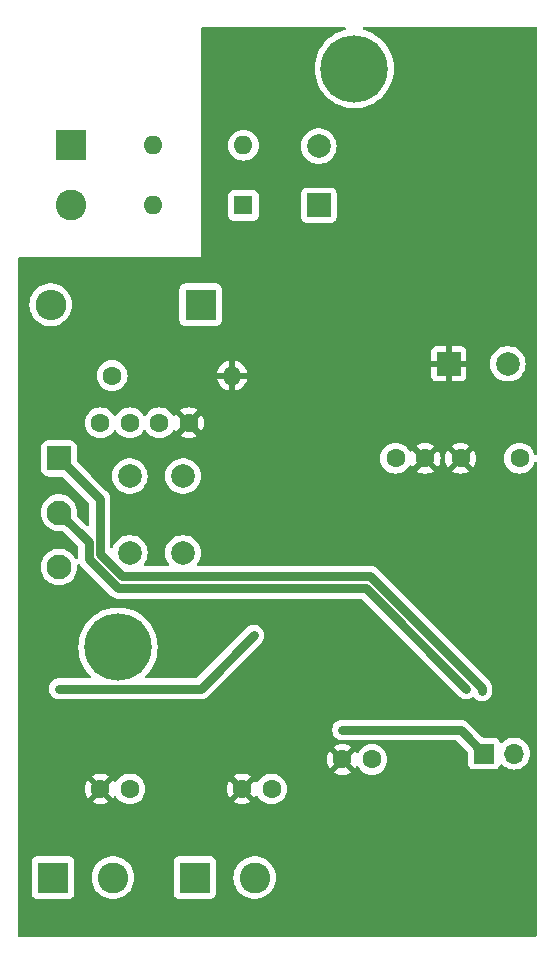
<source format=gbr>
%TF.GenerationSoftware,KiCad,Pcbnew,8.0.8*%
%TF.CreationDate,2025-02-09T13:51:33-05:00*%
%TF.ProjectId,ESPHomeACMonitor,45535048-6f6d-4654-9143-4d6f6e69746f,rev?*%
%TF.SameCoordinates,Original*%
%TF.FileFunction,Copper,L2,Bot*%
%TF.FilePolarity,Positive*%
%FSLAX46Y46*%
G04 Gerber Fmt 4.6, Leading zero omitted, Abs format (unit mm)*
G04 Created by KiCad (PCBNEW 8.0.8) date 2025-02-09 13:51:33*
%MOMM*%
%LPD*%
G01*
G04 APERTURE LIST*
G04 Aperture macros list*
%AMRoundRect*
0 Rectangle with rounded corners*
0 $1 Rounding radius*
0 $2 $3 $4 $5 $6 $7 $8 $9 X,Y pos of 4 corners*
0 Add a 4 corners polygon primitive as box body*
4,1,4,$2,$3,$4,$5,$6,$7,$8,$9,$2,$3,0*
0 Add four circle primitives for the rounded corners*
1,1,$1+$1,$2,$3*
1,1,$1+$1,$4,$5*
1,1,$1+$1,$6,$7*
1,1,$1+$1,$8,$9*
0 Add four rect primitives between the rounded corners*
20,1,$1+$1,$2,$3,$4,$5,0*
20,1,$1+$1,$4,$5,$6,$7,0*
20,1,$1+$1,$6,$7,$8,$9,0*
20,1,$1+$1,$8,$9,$2,$3,0*%
G04 Aperture macros list end*
%TA.AperFunction,ComponentPad*%
%ADD10C,5.700000*%
%TD*%
%TA.AperFunction,ComponentPad*%
%ADD11C,2.000000*%
%TD*%
%TA.AperFunction,ComponentPad*%
%ADD12O,1.600000X1.600000*%
%TD*%
%TA.AperFunction,ComponentPad*%
%ADD13C,1.600000*%
%TD*%
%TA.AperFunction,ComponentPad*%
%ADD14R,1.700000X1.700000*%
%TD*%
%TA.AperFunction,ComponentPad*%
%ADD15O,1.700000X1.700000*%
%TD*%
%TA.AperFunction,ComponentPad*%
%ADD16R,2.600000X2.600000*%
%TD*%
%TA.AperFunction,ComponentPad*%
%ADD17C,2.600000*%
%TD*%
%TA.AperFunction,ComponentPad*%
%ADD18RoundRect,0.250001X-0.799999X0.799999X-0.799999X-0.799999X0.799999X-0.799999X0.799999X0.799999X0*%
%TD*%
%TA.AperFunction,ComponentPad*%
%ADD19C,2.100000*%
%TD*%
%TA.AperFunction,ComponentPad*%
%ADD20O,2.600000X2.600000*%
%TD*%
%TA.AperFunction,ComponentPad*%
%ADD21R,1.600000X1.600000*%
%TD*%
%TA.AperFunction,ComponentPad*%
%ADD22R,2.000000X2.000000*%
%TD*%
%TA.AperFunction,ViaPad*%
%ADD23C,0.600000*%
%TD*%
%TA.AperFunction,Conductor*%
%ADD24C,0.750000*%
%TD*%
G04 APERTURE END LIST*
D10*
%TO.P,REF\u002A\u002A,1*%
%TO.N,N/C*%
X41000000Y-75000000D03*
%TD*%
%TO.P,REF\u002A\u002A,1*%
%TO.N,N/C*%
X61000000Y-26000000D03*
%TD*%
D11*
%TO.P,SW1,2,2*%
%TO.N,Net-(U1-EN{slash}CHIP_PU)*%
X46500000Y-60500000D03*
X46500000Y-67000000D03*
%TO.P,SW1,1,1*%
%TO.N,GND*%
X42000000Y-60500000D03*
X42000000Y-67000000D03*
%TD*%
D12*
%TO.P,R1,2*%
%TO.N,+3.3V*%
X50660000Y-52000000D03*
D13*
%TO.P,R1,1*%
%TO.N,Net-(U1-EN{slash}CHIP_PU)*%
X40500000Y-52000000D03*
%TD*%
D14*
%TO.P,JP1,1,A*%
%TO.N,Net-(JP1-A)*%
X72000000Y-84000000D03*
D15*
%TO.P,JP1,2,B*%
%TO.N,GND*%
X74540000Y-84000000D03*
%TD*%
D16*
%TO.P,J4,1,Pin_1*%
%TO.N,Net-(J4-Pin_1)*%
X37000000Y-32500000D03*
D17*
%TO.P,J4,2,Pin_2*%
%TO.N,Net-(J4-Pin_2)*%
X37000000Y-37580000D03*
%TD*%
%TO.P,J3,2,Pin_2*%
%TO.N,Net-(J3-Pin_2)*%
X40580000Y-94500000D03*
D16*
%TO.P,J3,1,Pin_1*%
%TO.N,Net-(J3-Pin_1)*%
X35500000Y-94500000D03*
%TD*%
D17*
%TO.P,J2,2,Pin_2*%
%TO.N,Net-(J2-Pin_2)*%
X52580000Y-94500000D03*
D16*
%TO.P,J2,1,Pin_1*%
%TO.N,Net-(J2-Pin_1)*%
X47500000Y-94500000D03*
%TD*%
D18*
%TO.P,J1,1,Pin_1*%
%TO.N,Net-(J1-Pin_1)*%
X36000000Y-59000000D03*
D19*
%TO.P,J1,2,Pin_2*%
%TO.N,Net-(J1-Pin_2)*%
X36000000Y-63600000D03*
%TO.P,J1,3,Pin_3*%
%TO.N,GND*%
X36000000Y-68200000D03*
%TD*%
D16*
%TO.P,D2,1,K*%
%TO.N,Net-(D2-K)*%
X48000000Y-46000000D03*
D20*
%TO.P,D2,2,A*%
%TO.N,GND*%
X35300000Y-46000000D03*
%TD*%
D12*
%TO.P,D1,4*%
%TO.N,Net-(J4-Pin_2)*%
X44000000Y-37580000D03*
%TO.P,D1,3*%
%TO.N,Net-(J4-Pin_1)*%
X44000000Y-32500000D03*
%TO.P,D1,2,-*%
%TO.N,GND*%
X51620000Y-32500000D03*
D21*
%TO.P,D1,1,+*%
%TO.N,Net-(D1-+)*%
X51620000Y-37580000D03*
%TD*%
D22*
%TO.P,C9,1*%
%TO.N,+3.3V*%
X69000000Y-51000000D03*
D11*
%TO.P,C9,2*%
%TO.N,GND*%
X74000000Y-51000000D03*
%TD*%
D22*
%TO.P,C8,1*%
%TO.N,Net-(D1-+)*%
X58000000Y-37580000D03*
D11*
%TO.P,C8,2*%
%TO.N,GND*%
X58000000Y-32580000D03*
%TD*%
D13*
%TO.P,C7,2*%
%TO.N,GND*%
X62500000Y-84500000D03*
%TO.P,C7,1*%
%TO.N,+3.3V*%
X60000000Y-84500000D03*
%TD*%
%TO.P,C6,1*%
%TO.N,+3.3V*%
X39500000Y-87000000D03*
%TO.P,C6,2*%
%TO.N,GND*%
X42000000Y-87000000D03*
%TD*%
%TO.P,C5,2*%
%TO.N,GND*%
X54000000Y-87000000D03*
%TO.P,C5,1*%
%TO.N,+3.3V*%
X51500000Y-87000000D03*
%TD*%
%TO.P,C4,1*%
%TO.N,GND*%
X39500000Y-56000000D03*
%TO.P,C4,2*%
%TO.N,Net-(U1-EN{slash}CHIP_PU)*%
X42000000Y-56000000D03*
%TD*%
%TO.P,C1,1*%
%TO.N,+3.3V*%
X70000000Y-59000000D03*
%TO.P,C1,2*%
%TO.N,GND*%
X75000000Y-59000000D03*
%TD*%
%TO.P,C3,1*%
%TO.N,Net-(U1-EN{slash}CHIP_PU)*%
X44500000Y-56000000D03*
%TO.P,C3,2*%
%TO.N,+3.3V*%
X47000000Y-56000000D03*
%TD*%
%TO.P,C2,1*%
%TO.N,+3.3V*%
X67000000Y-59000000D03*
%TO.P,C2,2*%
%TO.N,GND*%
X64500000Y-59000000D03*
%TD*%
D23*
%TO.N,Net-(JP1-A)*%
X60000000Y-82000000D03*
%TO.N,/MISO*%
X36000000Y-78500000D03*
X52500000Y-74000000D03*
X48000000Y-78500000D03*
%TO.N,Net-(J1-Pin_1)*%
X71810749Y-78689251D03*
%TO.N,Net-(J1-Pin_2)*%
X70500000Y-78500000D03*
%TD*%
D24*
%TO.N,Net-(JP1-A)*%
X72000000Y-84000000D02*
X70000000Y-82000000D01*
X70000000Y-82000000D02*
X60000000Y-82000000D01*
%TO.N,/MISO*%
X36000000Y-78500000D02*
X48000000Y-78500000D01*
X48000000Y-78500000D02*
X52500000Y-74000000D01*
%TO.N,Net-(J1-Pin_2)*%
X70500000Y-78500000D02*
X62000000Y-70000000D01*
X62000000Y-70000000D02*
X41000000Y-70000000D01*
X41000000Y-70000000D02*
X38500000Y-67500000D01*
X38500000Y-67500000D02*
X38500000Y-66100000D01*
X38500000Y-66100000D02*
X36000000Y-63600000D01*
%TO.N,Net-(J1-Pin_1)*%
X71810749Y-78689251D02*
X71810749Y-78467246D01*
X71810749Y-78467246D02*
X62343503Y-69000000D01*
X41343502Y-69000000D02*
X39450000Y-67106498D01*
X62343503Y-69000000D02*
X41343502Y-69000000D01*
X39450000Y-67106498D02*
X39450000Y-62450000D01*
X39450000Y-62450000D02*
X36000000Y-59000000D01*
%TD*%
%TA.AperFunction,Conductor*%
%TO.N,+3.3V*%
G36*
X60239403Y-22520185D02*
G01*
X60285158Y-22572989D01*
X60295102Y-22642147D01*
X60266077Y-22705703D01*
X60207299Y-22743477D01*
X60199020Y-22745601D01*
X60102330Y-22766883D01*
X59836178Y-22856560D01*
X59758031Y-22882892D01*
X59758028Y-22882893D01*
X59758020Y-22882896D01*
X59428300Y-23035440D01*
X59428296Y-23035442D01*
X59196453Y-23174937D01*
X59116981Y-23222755D01*
X59027332Y-23290903D01*
X58827755Y-23442617D01*
X58827745Y-23442625D01*
X58563978Y-23692479D01*
X58328772Y-23969386D01*
X58124884Y-24270098D01*
X58124878Y-24270107D01*
X57954706Y-24591086D01*
X57954700Y-24591098D01*
X57820226Y-24928603D01*
X57820221Y-24928618D01*
X57723030Y-25278670D01*
X57723024Y-25278696D01*
X57664250Y-25637200D01*
X57664248Y-25637217D01*
X57644579Y-25999997D01*
X57644579Y-26000002D01*
X57664248Y-26362782D01*
X57664250Y-26362799D01*
X57723024Y-26721303D01*
X57723030Y-26721329D01*
X57820221Y-27071381D01*
X57820226Y-27071396D01*
X57954700Y-27408901D01*
X57954706Y-27408913D01*
X58124878Y-27729892D01*
X58124881Y-27729897D01*
X58124883Y-27729900D01*
X58328773Y-28030614D01*
X58563979Y-28307521D01*
X58827746Y-28557375D01*
X59116981Y-28777245D01*
X59428292Y-28964555D01*
X59428294Y-28964556D01*
X59428296Y-28964557D01*
X59428300Y-28964559D01*
X59758020Y-29117103D01*
X59758031Y-29117108D01*
X60102330Y-29233116D01*
X60457153Y-29311218D01*
X60818341Y-29350500D01*
X60818347Y-29350500D01*
X61181653Y-29350500D01*
X61181659Y-29350500D01*
X61542847Y-29311218D01*
X61897670Y-29233116D01*
X62241969Y-29117108D01*
X62571708Y-28964555D01*
X62883019Y-28777245D01*
X63172254Y-28557375D01*
X63436021Y-28307521D01*
X63671227Y-28030614D01*
X63875117Y-27729900D01*
X64045298Y-27408905D01*
X64179775Y-27071391D01*
X64276973Y-26721316D01*
X64335751Y-26362785D01*
X64355421Y-26000000D01*
X64335751Y-25637215D01*
X64276973Y-25278684D01*
X64259097Y-25214303D01*
X64179778Y-24928618D01*
X64179773Y-24928603D01*
X64045299Y-24591098D01*
X64045298Y-24591095D01*
X63875117Y-24270100D01*
X63671227Y-23969386D01*
X63436021Y-23692479D01*
X63172254Y-23442625D01*
X63172244Y-23442617D01*
X63103635Y-23390462D01*
X62883019Y-23222755D01*
X62571708Y-23035445D01*
X62571707Y-23035444D01*
X62571703Y-23035442D01*
X62571699Y-23035440D01*
X62241979Y-22882896D01*
X62241974Y-22882894D01*
X62241969Y-22882892D01*
X62074143Y-22826344D01*
X61897669Y-22766883D01*
X61800980Y-22745601D01*
X61739739Y-22711965D01*
X61706405Y-22650560D01*
X61711561Y-22580881D01*
X61753570Y-22525050D01*
X61819094Y-22500795D01*
X61827636Y-22500500D01*
X76375500Y-22500500D01*
X76442539Y-22520185D01*
X76488294Y-22572989D01*
X76499500Y-22624500D01*
X76499500Y-58629588D01*
X76479815Y-58696627D01*
X76427011Y-58742382D01*
X76357853Y-58752326D01*
X76294297Y-58723301D01*
X76256523Y-58664523D01*
X76255725Y-58661681D01*
X76226741Y-58553511D01*
X76226738Y-58553502D01*
X76171277Y-58434567D01*
X76130568Y-58347266D01*
X76000047Y-58160861D01*
X76000045Y-58160858D01*
X75839141Y-57999954D01*
X75652734Y-57869432D01*
X75652732Y-57869431D01*
X75446497Y-57773261D01*
X75446488Y-57773258D01*
X75226697Y-57714366D01*
X75226693Y-57714365D01*
X75226692Y-57714365D01*
X75226691Y-57714364D01*
X75226686Y-57714364D01*
X75000002Y-57694532D01*
X74999998Y-57694532D01*
X74773313Y-57714364D01*
X74773302Y-57714366D01*
X74553511Y-57773258D01*
X74553502Y-57773261D01*
X74347267Y-57869431D01*
X74347265Y-57869432D01*
X74160858Y-57999954D01*
X73999954Y-58160858D01*
X73869432Y-58347265D01*
X73869431Y-58347267D01*
X73773261Y-58553502D01*
X73773258Y-58553511D01*
X73714366Y-58773302D01*
X73714364Y-58773313D01*
X73694532Y-58999998D01*
X73694532Y-59000001D01*
X73714364Y-59226686D01*
X73714366Y-59226697D01*
X73773258Y-59446488D01*
X73773261Y-59446497D01*
X73869431Y-59652732D01*
X73869432Y-59652734D01*
X73999954Y-59839141D01*
X74160858Y-60000045D01*
X74160861Y-60000047D01*
X74347266Y-60130568D01*
X74553504Y-60226739D01*
X74773308Y-60285635D01*
X74935230Y-60299801D01*
X74999998Y-60305468D01*
X75000000Y-60305468D01*
X75000002Y-60305468D01*
X75056673Y-60300509D01*
X75226692Y-60285635D01*
X75446496Y-60226739D01*
X75652734Y-60130568D01*
X75839139Y-60000047D01*
X76000047Y-59839139D01*
X76130568Y-59652734D01*
X76226739Y-59446496D01*
X76255725Y-59338317D01*
X76292090Y-59278657D01*
X76354936Y-59248128D01*
X76424312Y-59256422D01*
X76478190Y-59300908D01*
X76499465Y-59367459D01*
X76499500Y-59370411D01*
X76499500Y-99375500D01*
X76479815Y-99442539D01*
X76427011Y-99488294D01*
X76375500Y-99499500D01*
X32624500Y-99499500D01*
X32557461Y-99479815D01*
X32511706Y-99427011D01*
X32500500Y-99375500D01*
X32500500Y-93152135D01*
X33699500Y-93152135D01*
X33699500Y-95847870D01*
X33699501Y-95847876D01*
X33705908Y-95907483D01*
X33756202Y-96042328D01*
X33756206Y-96042335D01*
X33842452Y-96157544D01*
X33842455Y-96157547D01*
X33957664Y-96243793D01*
X33957671Y-96243797D01*
X34092517Y-96294091D01*
X34092516Y-96294091D01*
X34099444Y-96294835D01*
X34152127Y-96300500D01*
X36847872Y-96300499D01*
X36907483Y-96294091D01*
X37042331Y-96243796D01*
X37157546Y-96157546D01*
X37243796Y-96042331D01*
X37294091Y-95907483D01*
X37300500Y-95847873D01*
X37300499Y-94499995D01*
X38774451Y-94499995D01*
X38774451Y-94500004D01*
X38794616Y-94769101D01*
X38854664Y-95032188D01*
X38854666Y-95032195D01*
X38953257Y-95283398D01*
X39088185Y-95517102D01*
X39224080Y-95687509D01*
X39256442Y-95728089D01*
X39443183Y-95901358D01*
X39454259Y-95911635D01*
X39677226Y-96063651D01*
X39920359Y-96180738D01*
X40178228Y-96260280D01*
X40178229Y-96260280D01*
X40178232Y-96260281D01*
X40445063Y-96300499D01*
X40445068Y-96300499D01*
X40445071Y-96300500D01*
X40445072Y-96300500D01*
X40714928Y-96300500D01*
X40714929Y-96300500D01*
X40714936Y-96300499D01*
X40981767Y-96260281D01*
X40981768Y-96260280D01*
X40981772Y-96260280D01*
X41239641Y-96180738D01*
X41482775Y-96063651D01*
X41705741Y-95911635D01*
X41903561Y-95728085D01*
X42071815Y-95517102D01*
X42206743Y-95283398D01*
X42305334Y-95032195D01*
X42365383Y-94769103D01*
X42385549Y-94500000D01*
X42365383Y-94230897D01*
X42305334Y-93967805D01*
X42206743Y-93716602D01*
X42071815Y-93482898D01*
X41903561Y-93271915D01*
X41903560Y-93271914D01*
X41903557Y-93271910D01*
X41774469Y-93152135D01*
X45699500Y-93152135D01*
X45699500Y-95847870D01*
X45699501Y-95847876D01*
X45705908Y-95907483D01*
X45756202Y-96042328D01*
X45756206Y-96042335D01*
X45842452Y-96157544D01*
X45842455Y-96157547D01*
X45957664Y-96243793D01*
X45957671Y-96243797D01*
X46092517Y-96294091D01*
X46092516Y-96294091D01*
X46099444Y-96294835D01*
X46152127Y-96300500D01*
X48847872Y-96300499D01*
X48907483Y-96294091D01*
X49042331Y-96243796D01*
X49157546Y-96157546D01*
X49243796Y-96042331D01*
X49294091Y-95907483D01*
X49300500Y-95847873D01*
X49300499Y-94499995D01*
X50774451Y-94499995D01*
X50774451Y-94500004D01*
X50794616Y-94769101D01*
X50854664Y-95032188D01*
X50854666Y-95032195D01*
X50953257Y-95283398D01*
X51088185Y-95517102D01*
X51224080Y-95687509D01*
X51256442Y-95728089D01*
X51443183Y-95901358D01*
X51454259Y-95911635D01*
X51677226Y-96063651D01*
X51920359Y-96180738D01*
X52178228Y-96260280D01*
X52178229Y-96260280D01*
X52178232Y-96260281D01*
X52445063Y-96300499D01*
X52445068Y-96300499D01*
X52445071Y-96300500D01*
X52445072Y-96300500D01*
X52714928Y-96300500D01*
X52714929Y-96300500D01*
X52714936Y-96300499D01*
X52981767Y-96260281D01*
X52981768Y-96260280D01*
X52981772Y-96260280D01*
X53239641Y-96180738D01*
X53482775Y-96063651D01*
X53705741Y-95911635D01*
X53903561Y-95728085D01*
X54071815Y-95517102D01*
X54206743Y-95283398D01*
X54305334Y-95032195D01*
X54365383Y-94769103D01*
X54385549Y-94500000D01*
X54365383Y-94230897D01*
X54305334Y-93967805D01*
X54206743Y-93716602D01*
X54071815Y-93482898D01*
X53903561Y-93271915D01*
X53903560Y-93271914D01*
X53903557Y-93271910D01*
X53705741Y-93088365D01*
X53482775Y-92936349D01*
X53482769Y-92936346D01*
X53482768Y-92936345D01*
X53482767Y-92936344D01*
X53239643Y-92819263D01*
X53239645Y-92819263D01*
X52981773Y-92739720D01*
X52981767Y-92739718D01*
X52714936Y-92699500D01*
X52714929Y-92699500D01*
X52445071Y-92699500D01*
X52445063Y-92699500D01*
X52178232Y-92739718D01*
X52178226Y-92739720D01*
X51920358Y-92819262D01*
X51677230Y-92936346D01*
X51454258Y-93088365D01*
X51256442Y-93271910D01*
X51088185Y-93482898D01*
X50953258Y-93716599D01*
X50953256Y-93716603D01*
X50854666Y-93967804D01*
X50854664Y-93967811D01*
X50794616Y-94230898D01*
X50774451Y-94499995D01*
X49300499Y-94499995D01*
X49300499Y-93152128D01*
X49294091Y-93092517D01*
X49292542Y-93088365D01*
X49243797Y-92957671D01*
X49243793Y-92957664D01*
X49157547Y-92842455D01*
X49157544Y-92842452D01*
X49042335Y-92756206D01*
X49042328Y-92756202D01*
X48907482Y-92705908D01*
X48907483Y-92705908D01*
X48847883Y-92699501D01*
X48847881Y-92699500D01*
X48847873Y-92699500D01*
X48847864Y-92699500D01*
X46152129Y-92699500D01*
X46152123Y-92699501D01*
X46092516Y-92705908D01*
X45957671Y-92756202D01*
X45957664Y-92756206D01*
X45842455Y-92842452D01*
X45842452Y-92842455D01*
X45756206Y-92957664D01*
X45756202Y-92957671D01*
X45705908Y-93092517D01*
X45699501Y-93152116D01*
X45699501Y-93152123D01*
X45699500Y-93152135D01*
X41774469Y-93152135D01*
X41705741Y-93088365D01*
X41482775Y-92936349D01*
X41482769Y-92936346D01*
X41482768Y-92936345D01*
X41482767Y-92936344D01*
X41239643Y-92819263D01*
X41239645Y-92819263D01*
X40981773Y-92739720D01*
X40981767Y-92739718D01*
X40714936Y-92699500D01*
X40714929Y-92699500D01*
X40445071Y-92699500D01*
X40445063Y-92699500D01*
X40178232Y-92739718D01*
X40178226Y-92739720D01*
X39920358Y-92819262D01*
X39677230Y-92936346D01*
X39454258Y-93088365D01*
X39256442Y-93271910D01*
X39088185Y-93482898D01*
X38953258Y-93716599D01*
X38953256Y-93716603D01*
X38854666Y-93967804D01*
X38854664Y-93967811D01*
X38794616Y-94230898D01*
X38774451Y-94499995D01*
X37300499Y-94499995D01*
X37300499Y-93152128D01*
X37294091Y-93092517D01*
X37292542Y-93088365D01*
X37243797Y-92957671D01*
X37243793Y-92957664D01*
X37157547Y-92842455D01*
X37157544Y-92842452D01*
X37042335Y-92756206D01*
X37042328Y-92756202D01*
X36907482Y-92705908D01*
X36907483Y-92705908D01*
X36847883Y-92699501D01*
X36847881Y-92699500D01*
X36847873Y-92699500D01*
X36847864Y-92699500D01*
X34152129Y-92699500D01*
X34152123Y-92699501D01*
X34092516Y-92705908D01*
X33957671Y-92756202D01*
X33957664Y-92756206D01*
X33842455Y-92842452D01*
X33842452Y-92842455D01*
X33756206Y-92957664D01*
X33756202Y-92957671D01*
X33705908Y-93092517D01*
X33699501Y-93152116D01*
X33699501Y-93152123D01*
X33699500Y-93152135D01*
X32500500Y-93152135D01*
X32500500Y-86999997D01*
X38195034Y-86999997D01*
X38195034Y-87000002D01*
X38214858Y-87226599D01*
X38214860Y-87226610D01*
X38273730Y-87446317D01*
X38273735Y-87446331D01*
X38369863Y-87652478D01*
X38420974Y-87725472D01*
X39100000Y-87046446D01*
X39100000Y-87052661D01*
X39127259Y-87154394D01*
X39179920Y-87245606D01*
X39254394Y-87320080D01*
X39345606Y-87372741D01*
X39447339Y-87400000D01*
X39453553Y-87400000D01*
X38774526Y-88079025D01*
X38847513Y-88130132D01*
X38847521Y-88130136D01*
X39053668Y-88226264D01*
X39053682Y-88226269D01*
X39273389Y-88285139D01*
X39273400Y-88285141D01*
X39499998Y-88304966D01*
X39500002Y-88304966D01*
X39726599Y-88285141D01*
X39726610Y-88285139D01*
X39946317Y-88226269D01*
X39946331Y-88226264D01*
X40152478Y-88130136D01*
X40225471Y-88079024D01*
X39546447Y-87400000D01*
X39552661Y-87400000D01*
X39654394Y-87372741D01*
X39745606Y-87320080D01*
X39820080Y-87245606D01*
X39872741Y-87154394D01*
X39900000Y-87052661D01*
X39900000Y-87046447D01*
X40579024Y-87725471D01*
X40630134Y-87652481D01*
X40637340Y-87637028D01*
X40683511Y-87584587D01*
X40750704Y-87565433D01*
X40817585Y-87585646D01*
X40862105Y-87637022D01*
X40869430Y-87652730D01*
X40869432Y-87652734D01*
X40999954Y-87839141D01*
X41160858Y-88000045D01*
X41160861Y-88000047D01*
X41347266Y-88130568D01*
X41553504Y-88226739D01*
X41773308Y-88285635D01*
X41935230Y-88299801D01*
X41999998Y-88305468D01*
X42000000Y-88305468D01*
X42000002Y-88305468D01*
X42056673Y-88300509D01*
X42226692Y-88285635D01*
X42446496Y-88226739D01*
X42652734Y-88130568D01*
X42839139Y-88000047D01*
X43000047Y-87839139D01*
X43130568Y-87652734D01*
X43226739Y-87446496D01*
X43285635Y-87226692D01*
X43305468Y-87000000D01*
X43305468Y-86999997D01*
X50195034Y-86999997D01*
X50195034Y-87000002D01*
X50214858Y-87226599D01*
X50214860Y-87226610D01*
X50273730Y-87446317D01*
X50273735Y-87446331D01*
X50369863Y-87652478D01*
X50420974Y-87725472D01*
X51100000Y-87046446D01*
X51100000Y-87052661D01*
X51127259Y-87154394D01*
X51179920Y-87245606D01*
X51254394Y-87320080D01*
X51345606Y-87372741D01*
X51447339Y-87400000D01*
X51453553Y-87400000D01*
X50774526Y-88079025D01*
X50847513Y-88130132D01*
X50847521Y-88130136D01*
X51053668Y-88226264D01*
X51053682Y-88226269D01*
X51273389Y-88285139D01*
X51273400Y-88285141D01*
X51499998Y-88304966D01*
X51500002Y-88304966D01*
X51726599Y-88285141D01*
X51726610Y-88285139D01*
X51946317Y-88226269D01*
X51946331Y-88226264D01*
X52152478Y-88130136D01*
X52225471Y-88079024D01*
X51546447Y-87400000D01*
X51552661Y-87400000D01*
X51654394Y-87372741D01*
X51745606Y-87320080D01*
X51820080Y-87245606D01*
X51872741Y-87154394D01*
X51900000Y-87052661D01*
X51900000Y-87046447D01*
X52579024Y-87725471D01*
X52630134Y-87652481D01*
X52637340Y-87637028D01*
X52683511Y-87584587D01*
X52750704Y-87565433D01*
X52817585Y-87585646D01*
X52862105Y-87637022D01*
X52869430Y-87652730D01*
X52869432Y-87652734D01*
X52999954Y-87839141D01*
X53160858Y-88000045D01*
X53160861Y-88000047D01*
X53347266Y-88130568D01*
X53553504Y-88226739D01*
X53773308Y-88285635D01*
X53935230Y-88299801D01*
X53999998Y-88305468D01*
X54000000Y-88305468D01*
X54000002Y-88305468D01*
X54056673Y-88300509D01*
X54226692Y-88285635D01*
X54446496Y-88226739D01*
X54652734Y-88130568D01*
X54839139Y-88000047D01*
X55000047Y-87839139D01*
X55130568Y-87652734D01*
X55226739Y-87446496D01*
X55285635Y-87226692D01*
X55305468Y-87000000D01*
X55285635Y-86773308D01*
X55226739Y-86553504D01*
X55130568Y-86347266D01*
X55000047Y-86160861D01*
X55000045Y-86160858D01*
X54839141Y-85999954D01*
X54652734Y-85869432D01*
X54652732Y-85869431D01*
X54446497Y-85773261D01*
X54446488Y-85773258D01*
X54226697Y-85714366D01*
X54226693Y-85714365D01*
X54226692Y-85714365D01*
X54226691Y-85714364D01*
X54226686Y-85714364D01*
X54000002Y-85694532D01*
X53999998Y-85694532D01*
X53773313Y-85714364D01*
X53773302Y-85714366D01*
X53553511Y-85773258D01*
X53553502Y-85773261D01*
X53347267Y-85869431D01*
X53347265Y-85869432D01*
X53160858Y-85999954D01*
X52999954Y-86160858D01*
X52869432Y-86347265D01*
X52869429Y-86347270D01*
X52862104Y-86362979D01*
X52815929Y-86415417D01*
X52748735Y-86434566D01*
X52681855Y-86414347D01*
X52637341Y-86362973D01*
X52630133Y-86347515D01*
X52630132Y-86347513D01*
X52579025Y-86274526D01*
X51900000Y-86953551D01*
X51900000Y-86947339D01*
X51872741Y-86845606D01*
X51820080Y-86754394D01*
X51745606Y-86679920D01*
X51654394Y-86627259D01*
X51552661Y-86600000D01*
X51546445Y-86600000D01*
X52225472Y-85920974D01*
X52152478Y-85869863D01*
X51946331Y-85773735D01*
X51946317Y-85773730D01*
X51726610Y-85714860D01*
X51726599Y-85714858D01*
X51500002Y-85695034D01*
X51499998Y-85695034D01*
X51273400Y-85714858D01*
X51273389Y-85714860D01*
X51053682Y-85773730D01*
X51053673Y-85773734D01*
X50847516Y-85869866D01*
X50847512Y-85869868D01*
X50774526Y-85920973D01*
X50774526Y-85920974D01*
X51453553Y-86600000D01*
X51447339Y-86600000D01*
X51345606Y-86627259D01*
X51254394Y-86679920D01*
X51179920Y-86754394D01*
X51127259Y-86845606D01*
X51100000Y-86947339D01*
X51100000Y-86953552D01*
X50420974Y-86274526D01*
X50420973Y-86274526D01*
X50369868Y-86347512D01*
X50369866Y-86347516D01*
X50273734Y-86553673D01*
X50273730Y-86553682D01*
X50214860Y-86773389D01*
X50214858Y-86773400D01*
X50195034Y-86999997D01*
X43305468Y-86999997D01*
X43285635Y-86773308D01*
X43226739Y-86553504D01*
X43130568Y-86347266D01*
X43000047Y-86160861D01*
X43000045Y-86160858D01*
X42839141Y-85999954D01*
X42652734Y-85869432D01*
X42652732Y-85869431D01*
X42446497Y-85773261D01*
X42446488Y-85773258D01*
X42226697Y-85714366D01*
X42226693Y-85714365D01*
X42226692Y-85714365D01*
X42226691Y-85714364D01*
X42226686Y-85714364D01*
X42000002Y-85694532D01*
X41999998Y-85694532D01*
X41773313Y-85714364D01*
X41773302Y-85714366D01*
X41553511Y-85773258D01*
X41553502Y-85773261D01*
X41347267Y-85869431D01*
X41347265Y-85869432D01*
X41160858Y-85999954D01*
X40999954Y-86160858D01*
X40869432Y-86347265D01*
X40869429Y-86347270D01*
X40862104Y-86362979D01*
X40815929Y-86415417D01*
X40748735Y-86434566D01*
X40681855Y-86414347D01*
X40637341Y-86362973D01*
X40630133Y-86347515D01*
X40630132Y-86347513D01*
X40579025Y-86274526D01*
X39900000Y-86953551D01*
X39900000Y-86947339D01*
X39872741Y-86845606D01*
X39820080Y-86754394D01*
X39745606Y-86679920D01*
X39654394Y-86627259D01*
X39552661Y-86600000D01*
X39546445Y-86600000D01*
X40225472Y-85920974D01*
X40152478Y-85869863D01*
X39946331Y-85773735D01*
X39946317Y-85773730D01*
X39726610Y-85714860D01*
X39726599Y-85714858D01*
X39500002Y-85695034D01*
X39499998Y-85695034D01*
X39273400Y-85714858D01*
X39273389Y-85714860D01*
X39053682Y-85773730D01*
X39053673Y-85773734D01*
X38847516Y-85869866D01*
X38847512Y-85869868D01*
X38774526Y-85920973D01*
X38774526Y-85920974D01*
X39453553Y-86600000D01*
X39447339Y-86600000D01*
X39345606Y-86627259D01*
X39254394Y-86679920D01*
X39179920Y-86754394D01*
X39127259Y-86845606D01*
X39100000Y-86947339D01*
X39100000Y-86953552D01*
X38420974Y-86274526D01*
X38420973Y-86274526D01*
X38369868Y-86347512D01*
X38369866Y-86347516D01*
X38273734Y-86553673D01*
X38273730Y-86553682D01*
X38214860Y-86773389D01*
X38214858Y-86773400D01*
X38195034Y-86999997D01*
X32500500Y-86999997D01*
X32500500Y-84499997D01*
X58695034Y-84499997D01*
X58695034Y-84500002D01*
X58714858Y-84726599D01*
X58714860Y-84726610D01*
X58773730Y-84946317D01*
X58773735Y-84946331D01*
X58869863Y-85152478D01*
X58920974Y-85225472D01*
X59600000Y-84546446D01*
X59600000Y-84552661D01*
X59627259Y-84654394D01*
X59679920Y-84745606D01*
X59754394Y-84820080D01*
X59845606Y-84872741D01*
X59947339Y-84900000D01*
X59953553Y-84900000D01*
X59274526Y-85579025D01*
X59347513Y-85630132D01*
X59347521Y-85630136D01*
X59553668Y-85726264D01*
X59553682Y-85726269D01*
X59773389Y-85785139D01*
X59773400Y-85785141D01*
X59999998Y-85804966D01*
X60000002Y-85804966D01*
X60226599Y-85785141D01*
X60226610Y-85785139D01*
X60446317Y-85726269D01*
X60446331Y-85726264D01*
X60652478Y-85630136D01*
X60725471Y-85579024D01*
X60046447Y-84900000D01*
X60052661Y-84900000D01*
X60154394Y-84872741D01*
X60245606Y-84820080D01*
X60320080Y-84745606D01*
X60372741Y-84654394D01*
X60400000Y-84552661D01*
X60400000Y-84546447D01*
X61079024Y-85225471D01*
X61130134Y-85152481D01*
X61137340Y-85137028D01*
X61183511Y-85084587D01*
X61250704Y-85065433D01*
X61317585Y-85085646D01*
X61362105Y-85137022D01*
X61369430Y-85152730D01*
X61369432Y-85152734D01*
X61499954Y-85339141D01*
X61660858Y-85500045D01*
X61660861Y-85500047D01*
X61847266Y-85630568D01*
X62053504Y-85726739D01*
X62273308Y-85785635D01*
X62435230Y-85799801D01*
X62499998Y-85805468D01*
X62500000Y-85805468D01*
X62500002Y-85805468D01*
X62556673Y-85800509D01*
X62726692Y-85785635D01*
X62946496Y-85726739D01*
X63152734Y-85630568D01*
X63339139Y-85500047D01*
X63500047Y-85339139D01*
X63630568Y-85152734D01*
X63726739Y-84946496D01*
X63785635Y-84726692D01*
X63805468Y-84500000D01*
X63785635Y-84273308D01*
X63726739Y-84053504D01*
X63630568Y-83847266D01*
X63500047Y-83660861D01*
X63500045Y-83660858D01*
X63339141Y-83499954D01*
X63152734Y-83369432D01*
X63152732Y-83369431D01*
X62946497Y-83273261D01*
X62946488Y-83273258D01*
X62726697Y-83214366D01*
X62726693Y-83214365D01*
X62726692Y-83214365D01*
X62726691Y-83214364D01*
X62726686Y-83214364D01*
X62500002Y-83194532D01*
X62499998Y-83194532D01*
X62273313Y-83214364D01*
X62273302Y-83214366D01*
X62053511Y-83273258D01*
X62053502Y-83273261D01*
X61847267Y-83369431D01*
X61847265Y-83369432D01*
X61660858Y-83499954D01*
X61499954Y-83660858D01*
X61369432Y-83847265D01*
X61369429Y-83847270D01*
X61362104Y-83862979D01*
X61315929Y-83915417D01*
X61248735Y-83934566D01*
X61181855Y-83914347D01*
X61137341Y-83862973D01*
X61130133Y-83847515D01*
X61130132Y-83847513D01*
X61079025Y-83774526D01*
X60400000Y-84453551D01*
X60400000Y-84447339D01*
X60372741Y-84345606D01*
X60320080Y-84254394D01*
X60245606Y-84179920D01*
X60154394Y-84127259D01*
X60052661Y-84100000D01*
X60046445Y-84100000D01*
X60725472Y-83420974D01*
X60652478Y-83369863D01*
X60446331Y-83273735D01*
X60446317Y-83273730D01*
X60226610Y-83214860D01*
X60226599Y-83214858D01*
X60000002Y-83195034D01*
X59999998Y-83195034D01*
X59773400Y-83214858D01*
X59773389Y-83214860D01*
X59553682Y-83273730D01*
X59553673Y-83273734D01*
X59347516Y-83369866D01*
X59347512Y-83369868D01*
X59274526Y-83420973D01*
X59274526Y-83420974D01*
X59953553Y-84100000D01*
X59947339Y-84100000D01*
X59845606Y-84127259D01*
X59754394Y-84179920D01*
X59679920Y-84254394D01*
X59627259Y-84345606D01*
X59600000Y-84447339D01*
X59600000Y-84453552D01*
X58920974Y-83774526D01*
X58920973Y-83774526D01*
X58869868Y-83847512D01*
X58869866Y-83847516D01*
X58773734Y-84053673D01*
X58773730Y-84053682D01*
X58714860Y-84273389D01*
X58714858Y-84273400D01*
X58695034Y-84499997D01*
X32500500Y-84499997D01*
X32500500Y-81913766D01*
X59124500Y-81913766D01*
X59124500Y-82086233D01*
X59158143Y-82255366D01*
X59158146Y-82255378D01*
X59224138Y-82414698D01*
X59224145Y-82414711D01*
X59319954Y-82558098D01*
X59319957Y-82558102D01*
X59441897Y-82680042D01*
X59441901Y-82680045D01*
X59585288Y-82775854D01*
X59585301Y-82775861D01*
X59706264Y-82825965D01*
X59744626Y-82841855D01*
X59913766Y-82875499D01*
X59913769Y-82875500D01*
X59913771Y-82875500D01*
X69585994Y-82875500D01*
X69653033Y-82895185D01*
X69673675Y-82911819D01*
X70613181Y-83851325D01*
X70646666Y-83912648D01*
X70649500Y-83939006D01*
X70649500Y-84897870D01*
X70649501Y-84897876D01*
X70655908Y-84957483D01*
X70706202Y-85092328D01*
X70706206Y-85092335D01*
X70792452Y-85207544D01*
X70792455Y-85207547D01*
X70907664Y-85293793D01*
X70907671Y-85293797D01*
X71042517Y-85344091D01*
X71042516Y-85344091D01*
X71049444Y-85344835D01*
X71102127Y-85350500D01*
X72897872Y-85350499D01*
X72957483Y-85344091D01*
X73092331Y-85293796D01*
X73207546Y-85207546D01*
X73293796Y-85092331D01*
X73342810Y-84960916D01*
X73384681Y-84904984D01*
X73450145Y-84880566D01*
X73518418Y-84895417D01*
X73546673Y-84916569D01*
X73668599Y-85038495D01*
X73765384Y-85106265D01*
X73862165Y-85174032D01*
X73862167Y-85174033D01*
X73862170Y-85174035D01*
X74076337Y-85273903D01*
X74304592Y-85335063D01*
X74481034Y-85350500D01*
X74539999Y-85355659D01*
X74540000Y-85355659D01*
X74540001Y-85355659D01*
X74598966Y-85350500D01*
X74775408Y-85335063D01*
X75003663Y-85273903D01*
X75217830Y-85174035D01*
X75411401Y-85038495D01*
X75578495Y-84871401D01*
X75714035Y-84677830D01*
X75813903Y-84463663D01*
X75875063Y-84235408D01*
X75895659Y-84000000D01*
X75875063Y-83764592D01*
X75813903Y-83536337D01*
X75714035Y-83322171D01*
X75680120Y-83273734D01*
X75578494Y-83128597D01*
X75411402Y-82961506D01*
X75411395Y-82961501D01*
X75217834Y-82825967D01*
X75217830Y-82825965D01*
X75217828Y-82825964D01*
X75003663Y-82726097D01*
X75003659Y-82726096D01*
X75003655Y-82726094D01*
X74775413Y-82664938D01*
X74775403Y-82664936D01*
X74540001Y-82644341D01*
X74539999Y-82644341D01*
X74304596Y-82664936D01*
X74304586Y-82664938D01*
X74076344Y-82726094D01*
X74076335Y-82726098D01*
X73862171Y-82825964D01*
X73862169Y-82825965D01*
X73668600Y-82961503D01*
X73546673Y-83083430D01*
X73485350Y-83116914D01*
X73415658Y-83111930D01*
X73359725Y-83070058D01*
X73342810Y-83039081D01*
X73293797Y-82907671D01*
X73293793Y-82907664D01*
X73207547Y-82792455D01*
X73207544Y-82792452D01*
X73092335Y-82706206D01*
X73092328Y-82706202D01*
X72957482Y-82655908D01*
X72957483Y-82655908D01*
X72897883Y-82649501D01*
X72897881Y-82649500D01*
X72897873Y-82649500D01*
X72897865Y-82649500D01*
X71939006Y-82649500D01*
X71871967Y-82629815D01*
X71851325Y-82613181D01*
X70558102Y-81319957D01*
X70558098Y-81319954D01*
X70414711Y-81224145D01*
X70414698Y-81224138D01*
X70255378Y-81158146D01*
X70255366Y-81158143D01*
X70086232Y-81124500D01*
X70086229Y-81124500D01*
X59913771Y-81124500D01*
X59913768Y-81124500D01*
X59744633Y-81158143D01*
X59744621Y-81158146D01*
X59585301Y-81224138D01*
X59585288Y-81224145D01*
X59441901Y-81319954D01*
X59441897Y-81319957D01*
X59319957Y-81441897D01*
X59319954Y-81441901D01*
X59224145Y-81585288D01*
X59224138Y-81585301D01*
X59158146Y-81744621D01*
X59158143Y-81744633D01*
X59124500Y-81913766D01*
X32500500Y-81913766D01*
X32500500Y-78413766D01*
X35124500Y-78413766D01*
X35124500Y-78586233D01*
X35158143Y-78755366D01*
X35158146Y-78755378D01*
X35224138Y-78914698D01*
X35224145Y-78914711D01*
X35319954Y-79058098D01*
X35319957Y-79058102D01*
X35441897Y-79180042D01*
X35441901Y-79180045D01*
X35585288Y-79275854D01*
X35585301Y-79275861D01*
X35744621Y-79341853D01*
X35744626Y-79341855D01*
X35913766Y-79375499D01*
X35913769Y-79375500D01*
X35913771Y-79375500D01*
X48086231Y-79375500D01*
X48086232Y-79375499D01*
X48255374Y-79341855D01*
X48414705Y-79275858D01*
X48558099Y-79180045D01*
X53180045Y-74558099D01*
X53275858Y-74414705D01*
X53341855Y-74255374D01*
X53375500Y-74086229D01*
X53375500Y-73913771D01*
X53375500Y-73913768D01*
X53375499Y-73913766D01*
X53341856Y-73744633D01*
X53341855Y-73744626D01*
X53278262Y-73591098D01*
X53275861Y-73585301D01*
X53275854Y-73585288D01*
X53180045Y-73441901D01*
X53180042Y-73441897D01*
X53058102Y-73319957D01*
X53058098Y-73319954D01*
X52914711Y-73224145D01*
X52914698Y-73224138D01*
X52755378Y-73158146D01*
X52755366Y-73158143D01*
X52586232Y-73124500D01*
X52586229Y-73124500D01*
X52413771Y-73124500D01*
X52413768Y-73124500D01*
X52244633Y-73158143D01*
X52244621Y-73158146D01*
X52085301Y-73224138D01*
X52085288Y-73224145D01*
X51941901Y-73319954D01*
X51941897Y-73319957D01*
X47673675Y-77588181D01*
X47612352Y-77621666D01*
X47585994Y-77624500D01*
X43412607Y-77624500D01*
X43345568Y-77604815D01*
X43299813Y-77552011D01*
X43289869Y-77482853D01*
X43318894Y-77419297D01*
X43327332Y-77410477D01*
X43332752Y-77405342D01*
X43436021Y-77307521D01*
X43671227Y-77030614D01*
X43875117Y-76729900D01*
X44045298Y-76408905D01*
X44179775Y-76071391D01*
X44276973Y-75721316D01*
X44335751Y-75362785D01*
X44355421Y-75000000D01*
X44335751Y-74637215D01*
X44322780Y-74558098D01*
X44276975Y-74278696D01*
X44276974Y-74278695D01*
X44276973Y-74278684D01*
X44223538Y-74086229D01*
X44179778Y-73928618D01*
X44179773Y-73928603D01*
X44045299Y-73591098D01*
X44045298Y-73591095D01*
X43901550Y-73319957D01*
X43875121Y-73270107D01*
X43875119Y-73270104D01*
X43875117Y-73270100D01*
X43671227Y-72969386D01*
X43436021Y-72692479D01*
X43172254Y-72442625D01*
X43172244Y-72442617D01*
X43103635Y-72390462D01*
X42883019Y-72222755D01*
X42571708Y-72035445D01*
X42571707Y-72035444D01*
X42571703Y-72035442D01*
X42571699Y-72035440D01*
X42241979Y-71882896D01*
X42241974Y-71882894D01*
X42241969Y-71882892D01*
X42074143Y-71826344D01*
X41897669Y-71766883D01*
X41542845Y-71688781D01*
X41181660Y-71649500D01*
X41181659Y-71649500D01*
X40818341Y-71649500D01*
X40818339Y-71649500D01*
X40457154Y-71688781D01*
X40102330Y-71766883D01*
X39836178Y-71856560D01*
X39758031Y-71882892D01*
X39758028Y-71882893D01*
X39758020Y-71882896D01*
X39428300Y-72035440D01*
X39428296Y-72035442D01*
X39196453Y-72174937D01*
X39116981Y-72222755D01*
X39027332Y-72290903D01*
X38827755Y-72442617D01*
X38827745Y-72442625D01*
X38563978Y-72692479D01*
X38328772Y-72969386D01*
X38124884Y-73270098D01*
X38124878Y-73270107D01*
X37954706Y-73591086D01*
X37954700Y-73591098D01*
X37820226Y-73928603D01*
X37820221Y-73928618D01*
X37723030Y-74278670D01*
X37723024Y-74278696D01*
X37664250Y-74637200D01*
X37664248Y-74637217D01*
X37644579Y-74999997D01*
X37644579Y-75000002D01*
X37664248Y-75362782D01*
X37664250Y-75362799D01*
X37723024Y-75721303D01*
X37723030Y-75721329D01*
X37820221Y-76071381D01*
X37820226Y-76071396D01*
X37954700Y-76408901D01*
X37954706Y-76408913D01*
X38124878Y-76729892D01*
X38124884Y-76729901D01*
X38328772Y-77030613D01*
X38563978Y-77307520D01*
X38672668Y-77410477D01*
X38707801Y-77470870D01*
X38704706Y-77540672D01*
X38664364Y-77597718D01*
X38599585Y-77623899D01*
X38587393Y-77624500D01*
X35913768Y-77624500D01*
X35744633Y-77658143D01*
X35744621Y-77658146D01*
X35585301Y-77724138D01*
X35585288Y-77724145D01*
X35441901Y-77819954D01*
X35441897Y-77819957D01*
X35319957Y-77941897D01*
X35319954Y-77941901D01*
X35224145Y-78085288D01*
X35224138Y-78085301D01*
X35158146Y-78244621D01*
X35158143Y-78244633D01*
X35124500Y-78413766D01*
X32500500Y-78413766D01*
X32500500Y-63600000D01*
X34444706Y-63600000D01*
X34463853Y-63843297D01*
X34520830Y-64080619D01*
X34614222Y-64306089D01*
X34741737Y-64514173D01*
X34741738Y-64514176D01*
X34741741Y-64514179D01*
X34900241Y-64699759D01*
X35043897Y-64822453D01*
X35085823Y-64858261D01*
X35085826Y-64858262D01*
X35293910Y-64985777D01*
X35519381Y-65079169D01*
X35519378Y-65079169D01*
X35519384Y-65079170D01*
X35519388Y-65079172D01*
X35756698Y-65136146D01*
X36000000Y-65155294D01*
X36237026Y-65136639D01*
X36305399Y-65151003D01*
X36334432Y-65172576D01*
X37588181Y-66426325D01*
X37621666Y-66487648D01*
X37624500Y-66514006D01*
X37624500Y-67446848D01*
X37604815Y-67513887D01*
X37552011Y-67559642D01*
X37482853Y-67569586D01*
X37419297Y-67540561D01*
X37388575Y-67497957D01*
X37387991Y-67498255D01*
X37386065Y-67494475D01*
X37385940Y-67494302D01*
X37385780Y-67493916D01*
X37385777Y-67493911D01*
X37258262Y-67285826D01*
X37258261Y-67285823D01*
X37222453Y-67243897D01*
X37099759Y-67100241D01*
X36977063Y-66995449D01*
X36914176Y-66941738D01*
X36914173Y-66941737D01*
X36706089Y-66814222D01*
X36480618Y-66720830D01*
X36480621Y-66720830D01*
X36374992Y-66695470D01*
X36243302Y-66663854D01*
X36243300Y-66663853D01*
X36243297Y-66663853D01*
X36000000Y-66644706D01*
X35756702Y-66663853D01*
X35519380Y-66720830D01*
X35293910Y-66814222D01*
X35085826Y-66941737D01*
X35085823Y-66941738D01*
X34900241Y-67100241D01*
X34741738Y-67285823D01*
X34741737Y-67285826D01*
X34614222Y-67493910D01*
X34520830Y-67719380D01*
X34463853Y-67956702D01*
X34444706Y-68200000D01*
X34463853Y-68443297D01*
X34520830Y-68680619D01*
X34614222Y-68906089D01*
X34741737Y-69114173D01*
X34741738Y-69114176D01*
X34741741Y-69114179D01*
X34900241Y-69299759D01*
X35043897Y-69422453D01*
X35085823Y-69458261D01*
X35085826Y-69458262D01*
X35293910Y-69585777D01*
X35519381Y-69679169D01*
X35519378Y-69679169D01*
X35519384Y-69679170D01*
X35519388Y-69679172D01*
X35756698Y-69736146D01*
X36000000Y-69755294D01*
X36243302Y-69736146D01*
X36480612Y-69679172D01*
X36706089Y-69585777D01*
X36914179Y-69458259D01*
X37099759Y-69299759D01*
X37258259Y-69114179D01*
X37385777Y-68906089D01*
X37479172Y-68680612D01*
X37536146Y-68443302D01*
X37555294Y-68200000D01*
X37544583Y-68063905D01*
X37558947Y-67995530D01*
X37607999Y-67945773D01*
X37676164Y-67930434D01*
X37741801Y-67954383D01*
X37771303Y-67985287D01*
X37819954Y-68058098D01*
X37819957Y-68058102D01*
X40441897Y-70680042D01*
X40441901Y-70680045D01*
X40585288Y-70775854D01*
X40585301Y-70775861D01*
X40744621Y-70841853D01*
X40744626Y-70841855D01*
X40913766Y-70875499D01*
X40913769Y-70875500D01*
X40913771Y-70875500D01*
X41086229Y-70875500D01*
X61585994Y-70875500D01*
X61653033Y-70895185D01*
X61673675Y-70911819D01*
X69941897Y-79180042D01*
X69941901Y-79180045D01*
X70085288Y-79275854D01*
X70085301Y-79275861D01*
X70244621Y-79341853D01*
X70244626Y-79341855D01*
X70413766Y-79375499D01*
X70413769Y-79375500D01*
X70413771Y-79375500D01*
X70586231Y-79375500D01*
X70586232Y-79375499D01*
X70755374Y-79341855D01*
X70914704Y-79275858D01*
X70976663Y-79234458D01*
X71043338Y-79213581D01*
X71110718Y-79232065D01*
X71133233Y-79249880D01*
X71252646Y-79369293D01*
X71252650Y-79369296D01*
X71396037Y-79465105D01*
X71396050Y-79465112D01*
X71555370Y-79531104D01*
X71555375Y-79531106D01*
X71724515Y-79564750D01*
X71724518Y-79564751D01*
X71724520Y-79564751D01*
X71896980Y-79564751D01*
X71896981Y-79564750D01*
X72066123Y-79531106D01*
X72225454Y-79465109D01*
X72368848Y-79369296D01*
X72490794Y-79247350D01*
X72586607Y-79103956D01*
X72652604Y-78944625D01*
X72686249Y-78775480D01*
X72686249Y-78381017D01*
X72686249Y-78381014D01*
X72686248Y-78381012D01*
X72652604Y-78211872D01*
X72600177Y-78085301D01*
X72586610Y-78052547D01*
X72586603Y-78052534D01*
X72490795Y-77909148D01*
X72490794Y-77909147D01*
X72368848Y-77787201D01*
X67706147Y-73124500D01*
X62901605Y-68319957D01*
X62901601Y-68319954D01*
X62758214Y-68224145D01*
X62758201Y-68224138D01*
X62598881Y-68158146D01*
X62598869Y-68158143D01*
X62429735Y-68124500D01*
X62429732Y-68124500D01*
X47786366Y-68124500D01*
X47719327Y-68104815D01*
X47673572Y-68052011D01*
X47663628Y-67982853D01*
X47686249Y-67929660D01*
X47685359Y-67929079D01*
X47798845Y-67755374D01*
X47824173Y-67716607D01*
X47924063Y-67488881D01*
X47985108Y-67247821D01*
X48005643Y-67000000D01*
X48000815Y-66941738D01*
X47985109Y-66752187D01*
X47985107Y-66752175D01*
X47924063Y-66511118D01*
X47824173Y-66283393D01*
X47688166Y-66075217D01*
X47666557Y-66051744D01*
X47519744Y-65892262D01*
X47323509Y-65739526D01*
X47323507Y-65739525D01*
X47323506Y-65739524D01*
X47104811Y-65621172D01*
X47104802Y-65621169D01*
X46869616Y-65540429D01*
X46624335Y-65499500D01*
X46375665Y-65499500D01*
X46130383Y-65540429D01*
X45895197Y-65621169D01*
X45895188Y-65621172D01*
X45676493Y-65739524D01*
X45480257Y-65892261D01*
X45311833Y-66075217D01*
X45175826Y-66283393D01*
X45075936Y-66511118D01*
X45014892Y-66752175D01*
X45014890Y-66752187D01*
X44994357Y-66999994D01*
X44994357Y-67000005D01*
X45014890Y-67247812D01*
X45014892Y-67247824D01*
X45075936Y-67488881D01*
X45175826Y-67716606D01*
X45314641Y-67929079D01*
X45313620Y-67929745D01*
X45337130Y-67989332D01*
X45323564Y-68057871D01*
X45275095Y-68108196D01*
X45213634Y-68124500D01*
X43286366Y-68124500D01*
X43219327Y-68104815D01*
X43173572Y-68052011D01*
X43163628Y-67982853D01*
X43186249Y-67929660D01*
X43185359Y-67929079D01*
X43298845Y-67755374D01*
X43324173Y-67716607D01*
X43424063Y-67488881D01*
X43485108Y-67247821D01*
X43505643Y-67000000D01*
X43500815Y-66941738D01*
X43485109Y-66752187D01*
X43485107Y-66752175D01*
X43424063Y-66511118D01*
X43324173Y-66283393D01*
X43188166Y-66075217D01*
X43166557Y-66051744D01*
X43019744Y-65892262D01*
X42823509Y-65739526D01*
X42823507Y-65739525D01*
X42823506Y-65739524D01*
X42604811Y-65621172D01*
X42604802Y-65621169D01*
X42369616Y-65540429D01*
X42124335Y-65499500D01*
X41875665Y-65499500D01*
X41630383Y-65540429D01*
X41395197Y-65621169D01*
X41395188Y-65621172D01*
X41176493Y-65739524D01*
X40980257Y-65892261D01*
X40811833Y-66075217D01*
X40675826Y-66283393D01*
X40575937Y-66511117D01*
X40569706Y-66535725D01*
X40534166Y-66595880D01*
X40471746Y-66627272D01*
X40402262Y-66619934D01*
X40347777Y-66576195D01*
X40325588Y-66509942D01*
X40325500Y-66505284D01*
X40325500Y-62363768D01*
X40325499Y-62363766D01*
X40291856Y-62194633D01*
X40291855Y-62194626D01*
X40237688Y-62063854D01*
X40225861Y-62035301D01*
X40225854Y-62035288D01*
X40130046Y-61891902D01*
X40116971Y-61878827D01*
X40008099Y-61769955D01*
X38738138Y-60499994D01*
X40494357Y-60499994D01*
X40494357Y-60500005D01*
X40514890Y-60747812D01*
X40514892Y-60747824D01*
X40575936Y-60988881D01*
X40675826Y-61216606D01*
X40811833Y-61424782D01*
X40811836Y-61424785D01*
X40980256Y-61607738D01*
X41176491Y-61760474D01*
X41395190Y-61878828D01*
X41630386Y-61959571D01*
X41875665Y-62000500D01*
X42124335Y-62000500D01*
X42369614Y-61959571D01*
X42604810Y-61878828D01*
X42823509Y-61760474D01*
X43019744Y-61607738D01*
X43188164Y-61424785D01*
X43324173Y-61216607D01*
X43424063Y-60988881D01*
X43485108Y-60747821D01*
X43498449Y-60586819D01*
X43505643Y-60500005D01*
X43505643Y-60499994D01*
X44994357Y-60499994D01*
X44994357Y-60500005D01*
X45014890Y-60747812D01*
X45014892Y-60747824D01*
X45075936Y-60988881D01*
X45175826Y-61216606D01*
X45311833Y-61424782D01*
X45311836Y-61424785D01*
X45480256Y-61607738D01*
X45676491Y-61760474D01*
X45895190Y-61878828D01*
X46130386Y-61959571D01*
X46375665Y-62000500D01*
X46624335Y-62000500D01*
X46869614Y-61959571D01*
X47104810Y-61878828D01*
X47323509Y-61760474D01*
X47519744Y-61607738D01*
X47688164Y-61424785D01*
X47824173Y-61216607D01*
X47924063Y-60988881D01*
X47985108Y-60747821D01*
X47998449Y-60586819D01*
X48005643Y-60500005D01*
X48005643Y-60499994D01*
X47985109Y-60252187D01*
X47985107Y-60252175D01*
X47924063Y-60011118D01*
X47824173Y-59783393D01*
X47688166Y-59575217D01*
X47666557Y-59551744D01*
X47519744Y-59392262D01*
X47323509Y-59239526D01*
X47323507Y-59239525D01*
X47323506Y-59239524D01*
X47104811Y-59121172D01*
X47104802Y-59121169D01*
X46869616Y-59040429D01*
X46627319Y-58999998D01*
X63194532Y-58999998D01*
X63194532Y-59000001D01*
X63214364Y-59226686D01*
X63214366Y-59226697D01*
X63273258Y-59446488D01*
X63273261Y-59446497D01*
X63369431Y-59652732D01*
X63369432Y-59652734D01*
X63499954Y-59839141D01*
X63660858Y-60000045D01*
X63660861Y-60000047D01*
X63847266Y-60130568D01*
X64053504Y-60226739D01*
X64273308Y-60285635D01*
X64435230Y-60299801D01*
X64499998Y-60305468D01*
X64500000Y-60305468D01*
X64500002Y-60305468D01*
X64556673Y-60300509D01*
X64726692Y-60285635D01*
X64946496Y-60226739D01*
X65152734Y-60130568D01*
X65339139Y-60000047D01*
X65500047Y-59839139D01*
X65630568Y-59652734D01*
X65637893Y-59637024D01*
X65684064Y-59584586D01*
X65751257Y-59565433D01*
X65818138Y-59585648D01*
X65862657Y-59637024D01*
X65869864Y-59652480D01*
X65920974Y-59725472D01*
X66600000Y-59046446D01*
X66600000Y-59052661D01*
X66627259Y-59154394D01*
X66679920Y-59245606D01*
X66754394Y-59320080D01*
X66845606Y-59372741D01*
X66947339Y-59400000D01*
X66953553Y-59400000D01*
X66274526Y-60079025D01*
X66347513Y-60130132D01*
X66347521Y-60130136D01*
X66553668Y-60226264D01*
X66553682Y-60226269D01*
X66773389Y-60285139D01*
X66773400Y-60285141D01*
X66999998Y-60304966D01*
X67000002Y-60304966D01*
X67226599Y-60285141D01*
X67226610Y-60285139D01*
X67446317Y-60226269D01*
X67446331Y-60226264D01*
X67652478Y-60130136D01*
X67725471Y-60079024D01*
X67046447Y-59400000D01*
X67052661Y-59400000D01*
X67154394Y-59372741D01*
X67245606Y-59320080D01*
X67320080Y-59245606D01*
X67372741Y-59154394D01*
X67400000Y-59052661D01*
X67400000Y-59046447D01*
X68079024Y-59725471D01*
X68130136Y-59652478D01*
X68226264Y-59446331D01*
X68226269Y-59446317D01*
X68285139Y-59226610D01*
X68285141Y-59226599D01*
X68304966Y-59000002D01*
X68304966Y-58999997D01*
X68695034Y-58999997D01*
X68695034Y-59000002D01*
X68714858Y-59226599D01*
X68714860Y-59226610D01*
X68773730Y-59446317D01*
X68773735Y-59446331D01*
X68869863Y-59652478D01*
X68920974Y-59725472D01*
X69600000Y-59046446D01*
X69600000Y-59052661D01*
X69627259Y-59154394D01*
X69679920Y-59245606D01*
X69754394Y-59320080D01*
X69845606Y-59372741D01*
X69947339Y-59400000D01*
X69953553Y-59400000D01*
X69274526Y-60079025D01*
X69347513Y-60130132D01*
X69347521Y-60130136D01*
X69553668Y-60226264D01*
X69553682Y-60226269D01*
X69773389Y-60285139D01*
X69773400Y-60285141D01*
X69999998Y-60304966D01*
X70000002Y-60304966D01*
X70226599Y-60285141D01*
X70226610Y-60285139D01*
X70446317Y-60226269D01*
X70446331Y-60226264D01*
X70652478Y-60130136D01*
X70725471Y-60079024D01*
X70046447Y-59400000D01*
X70052661Y-59400000D01*
X70154394Y-59372741D01*
X70245606Y-59320080D01*
X70320080Y-59245606D01*
X70372741Y-59154394D01*
X70400000Y-59052661D01*
X70400000Y-59046447D01*
X71079024Y-59725471D01*
X71130136Y-59652478D01*
X71226264Y-59446331D01*
X71226269Y-59446317D01*
X71285139Y-59226610D01*
X71285141Y-59226599D01*
X71304966Y-59000002D01*
X71304966Y-58999997D01*
X71285141Y-58773400D01*
X71285139Y-58773389D01*
X71226269Y-58553682D01*
X71226264Y-58553668D01*
X71130136Y-58347521D01*
X71130132Y-58347513D01*
X71079025Y-58274526D01*
X70400000Y-58953551D01*
X70400000Y-58947339D01*
X70372741Y-58845606D01*
X70320080Y-58754394D01*
X70245606Y-58679920D01*
X70154394Y-58627259D01*
X70052661Y-58600000D01*
X70046445Y-58600000D01*
X70725472Y-57920974D01*
X70652478Y-57869863D01*
X70446331Y-57773735D01*
X70446317Y-57773730D01*
X70226610Y-57714860D01*
X70226599Y-57714858D01*
X70000002Y-57695034D01*
X69999998Y-57695034D01*
X69773400Y-57714858D01*
X69773389Y-57714860D01*
X69553682Y-57773730D01*
X69553673Y-57773734D01*
X69347516Y-57869866D01*
X69347512Y-57869868D01*
X69274526Y-57920973D01*
X69274526Y-57920974D01*
X69953553Y-58600000D01*
X69947339Y-58600000D01*
X69845606Y-58627259D01*
X69754394Y-58679920D01*
X69679920Y-58754394D01*
X69627259Y-58845606D01*
X69600000Y-58947339D01*
X69600000Y-58953552D01*
X68920974Y-58274526D01*
X68920973Y-58274526D01*
X68869868Y-58347512D01*
X68869866Y-58347516D01*
X68773734Y-58553673D01*
X68773730Y-58553682D01*
X68714860Y-58773389D01*
X68714858Y-58773400D01*
X68695034Y-58999997D01*
X68304966Y-58999997D01*
X68285141Y-58773400D01*
X68285139Y-58773389D01*
X68226269Y-58553682D01*
X68226264Y-58553668D01*
X68130136Y-58347521D01*
X68130132Y-58347513D01*
X68079025Y-58274526D01*
X67400000Y-58953551D01*
X67400000Y-58947339D01*
X67372741Y-58845606D01*
X67320080Y-58754394D01*
X67245606Y-58679920D01*
X67154394Y-58627259D01*
X67052661Y-58600000D01*
X67046445Y-58600000D01*
X67725472Y-57920974D01*
X67652478Y-57869863D01*
X67446331Y-57773735D01*
X67446317Y-57773730D01*
X67226610Y-57714860D01*
X67226599Y-57714858D01*
X67000002Y-57695034D01*
X66999998Y-57695034D01*
X66773400Y-57714858D01*
X66773389Y-57714860D01*
X66553682Y-57773730D01*
X66553673Y-57773734D01*
X66347516Y-57869866D01*
X66347512Y-57869868D01*
X66274526Y-57920973D01*
X66274526Y-57920974D01*
X66953553Y-58600000D01*
X66947339Y-58600000D01*
X66845606Y-58627259D01*
X66754394Y-58679920D01*
X66679920Y-58754394D01*
X66627259Y-58845606D01*
X66600000Y-58947339D01*
X66600000Y-58953552D01*
X65920974Y-58274526D01*
X65920973Y-58274526D01*
X65869868Y-58347512D01*
X65869867Y-58347514D01*
X65862656Y-58362979D01*
X65816482Y-58415417D01*
X65749288Y-58434567D01*
X65682407Y-58414350D01*
X65637893Y-58362976D01*
X65630568Y-58347266D01*
X65500047Y-58160861D01*
X65500045Y-58160858D01*
X65339141Y-57999954D01*
X65152734Y-57869432D01*
X65152732Y-57869431D01*
X64946497Y-57773261D01*
X64946488Y-57773258D01*
X64726697Y-57714366D01*
X64726693Y-57714365D01*
X64726692Y-57714365D01*
X64726691Y-57714364D01*
X64726686Y-57714364D01*
X64500002Y-57694532D01*
X64499998Y-57694532D01*
X64273313Y-57714364D01*
X64273302Y-57714366D01*
X64053511Y-57773258D01*
X64053502Y-57773261D01*
X63847267Y-57869431D01*
X63847265Y-57869432D01*
X63660858Y-57999954D01*
X63499954Y-58160858D01*
X63369432Y-58347265D01*
X63369431Y-58347267D01*
X63273261Y-58553502D01*
X63273258Y-58553511D01*
X63214366Y-58773302D01*
X63214364Y-58773313D01*
X63194532Y-58999998D01*
X46627319Y-58999998D01*
X46624335Y-58999500D01*
X46375665Y-58999500D01*
X46130383Y-59040429D01*
X45895197Y-59121169D01*
X45895188Y-59121172D01*
X45676493Y-59239524D01*
X45480257Y-59392261D01*
X45311833Y-59575217D01*
X45175826Y-59783393D01*
X45075936Y-60011118D01*
X45014892Y-60252175D01*
X45014890Y-60252187D01*
X44994357Y-60499994D01*
X43505643Y-60499994D01*
X43485109Y-60252187D01*
X43485107Y-60252175D01*
X43424063Y-60011118D01*
X43324173Y-59783393D01*
X43188166Y-59575217D01*
X43166557Y-59551744D01*
X43019744Y-59392262D01*
X42823509Y-59239526D01*
X42823507Y-59239525D01*
X42823506Y-59239524D01*
X42604811Y-59121172D01*
X42604802Y-59121169D01*
X42369616Y-59040429D01*
X42124335Y-58999500D01*
X41875665Y-58999500D01*
X41630383Y-59040429D01*
X41395197Y-59121169D01*
X41395188Y-59121172D01*
X41176493Y-59239524D01*
X40980257Y-59392261D01*
X40811833Y-59575217D01*
X40675826Y-59783393D01*
X40575936Y-60011118D01*
X40514892Y-60252175D01*
X40514890Y-60252187D01*
X40494357Y-60499994D01*
X38738138Y-60499994D01*
X37586819Y-59348675D01*
X37553334Y-59287352D01*
X37550500Y-59260994D01*
X37550500Y-58149997D01*
X37550499Y-58149984D01*
X37539999Y-58047204D01*
X37539999Y-58047203D01*
X37484814Y-57880666D01*
X37478152Y-57869866D01*
X37392713Y-57731348D01*
X37392710Y-57731344D01*
X37268655Y-57607289D01*
X37268651Y-57607286D01*
X37119337Y-57515187D01*
X37119335Y-57515186D01*
X37036065Y-57487593D01*
X36952797Y-57460001D01*
X36952795Y-57460000D01*
X36850015Y-57449500D01*
X36850008Y-57449500D01*
X35149992Y-57449500D01*
X35149984Y-57449500D01*
X35047204Y-57460000D01*
X35047203Y-57460001D01*
X34880664Y-57515186D01*
X34880662Y-57515187D01*
X34731348Y-57607286D01*
X34731344Y-57607289D01*
X34607289Y-57731344D01*
X34607286Y-57731348D01*
X34515187Y-57880662D01*
X34515186Y-57880664D01*
X34460001Y-58047203D01*
X34460000Y-58047204D01*
X34449500Y-58149984D01*
X34449500Y-59850015D01*
X34460000Y-59952795D01*
X34460001Y-59952797D01*
X34475658Y-60000047D01*
X34515186Y-60119335D01*
X34515187Y-60119337D01*
X34607286Y-60268651D01*
X34607289Y-60268655D01*
X34731344Y-60392710D01*
X34731348Y-60392713D01*
X34880662Y-60484812D01*
X34880664Y-60484813D01*
X34880666Y-60484814D01*
X35047203Y-60539999D01*
X35149992Y-60550500D01*
X36260994Y-60550500D01*
X36328033Y-60570185D01*
X36348675Y-60586819D01*
X38538181Y-62776325D01*
X38571666Y-62837648D01*
X38574500Y-62864006D01*
X38574500Y-64636994D01*
X38554815Y-64704033D01*
X38502011Y-64749788D01*
X38432853Y-64759732D01*
X38369297Y-64730707D01*
X38362819Y-64724675D01*
X37572576Y-63934432D01*
X37539091Y-63873109D01*
X37536639Y-63837030D01*
X37555294Y-63600000D01*
X37536146Y-63356698D01*
X37479172Y-63119388D01*
X37385777Y-62893911D01*
X37385777Y-62893910D01*
X37258262Y-62685826D01*
X37258261Y-62685823D01*
X37222453Y-62643897D01*
X37099759Y-62500241D01*
X36939973Y-62363771D01*
X36914176Y-62341738D01*
X36914173Y-62341737D01*
X36706089Y-62214222D01*
X36480618Y-62120830D01*
X36480621Y-62120830D01*
X36374992Y-62095470D01*
X36243302Y-62063854D01*
X36243300Y-62063853D01*
X36243297Y-62063853D01*
X36000000Y-62044706D01*
X35756702Y-62063853D01*
X35519380Y-62120830D01*
X35293910Y-62214222D01*
X35085826Y-62341737D01*
X35085823Y-62341738D01*
X34900241Y-62500241D01*
X34741738Y-62685823D01*
X34741737Y-62685826D01*
X34614222Y-62893910D01*
X34520830Y-63119380D01*
X34463853Y-63356702D01*
X34444706Y-63600000D01*
X32500500Y-63600000D01*
X32500500Y-55999998D01*
X38194532Y-55999998D01*
X38194532Y-56000001D01*
X38214364Y-56226686D01*
X38214366Y-56226697D01*
X38273258Y-56446488D01*
X38273261Y-56446497D01*
X38369431Y-56652732D01*
X38369432Y-56652734D01*
X38499954Y-56839141D01*
X38660858Y-57000045D01*
X38660861Y-57000047D01*
X38847266Y-57130568D01*
X39053504Y-57226739D01*
X39273308Y-57285635D01*
X39435230Y-57299801D01*
X39499998Y-57305468D01*
X39500000Y-57305468D01*
X39500002Y-57305468D01*
X39556673Y-57300509D01*
X39726692Y-57285635D01*
X39946496Y-57226739D01*
X40152734Y-57130568D01*
X40339139Y-57000047D01*
X40500047Y-56839139D01*
X40630568Y-56652734D01*
X40637618Y-56637614D01*
X40683789Y-56585176D01*
X40750982Y-56566023D01*
X40817864Y-56586238D01*
X40862381Y-56637614D01*
X40869432Y-56652733D01*
X40869432Y-56652734D01*
X40999954Y-56839141D01*
X41160858Y-57000045D01*
X41160861Y-57000047D01*
X41347266Y-57130568D01*
X41553504Y-57226739D01*
X41773308Y-57285635D01*
X41935230Y-57299801D01*
X41999998Y-57305468D01*
X42000000Y-57305468D01*
X42000002Y-57305468D01*
X42056673Y-57300509D01*
X42226692Y-57285635D01*
X42446496Y-57226739D01*
X42652734Y-57130568D01*
X42839139Y-57000047D01*
X43000047Y-56839139D01*
X43130568Y-56652734D01*
X43137618Y-56637614D01*
X43183789Y-56585176D01*
X43250982Y-56566023D01*
X43317864Y-56586238D01*
X43362381Y-56637614D01*
X43369432Y-56652733D01*
X43369432Y-56652734D01*
X43499954Y-56839141D01*
X43660858Y-57000045D01*
X43660861Y-57000047D01*
X43847266Y-57130568D01*
X44053504Y-57226739D01*
X44273308Y-57285635D01*
X44435230Y-57299801D01*
X44499998Y-57305468D01*
X44500000Y-57305468D01*
X44500002Y-57305468D01*
X44556673Y-57300509D01*
X44726692Y-57285635D01*
X44946496Y-57226739D01*
X45152734Y-57130568D01*
X45339139Y-57000047D01*
X45500047Y-56839139D01*
X45630568Y-56652734D01*
X45637893Y-56637024D01*
X45684064Y-56584586D01*
X45751257Y-56565433D01*
X45818138Y-56585648D01*
X45862657Y-56637024D01*
X45869864Y-56652480D01*
X45920974Y-56725472D01*
X46600000Y-56046446D01*
X46600000Y-56052661D01*
X46627259Y-56154394D01*
X46679920Y-56245606D01*
X46754394Y-56320080D01*
X46845606Y-56372741D01*
X46947339Y-56400000D01*
X46953553Y-56400000D01*
X46274526Y-57079025D01*
X46347513Y-57130132D01*
X46347521Y-57130136D01*
X46553668Y-57226264D01*
X46553682Y-57226269D01*
X46773389Y-57285139D01*
X46773400Y-57285141D01*
X46999998Y-57304966D01*
X47000002Y-57304966D01*
X47226599Y-57285141D01*
X47226610Y-57285139D01*
X47446317Y-57226269D01*
X47446331Y-57226264D01*
X47652478Y-57130136D01*
X47725471Y-57079024D01*
X47046447Y-56400000D01*
X47052661Y-56400000D01*
X47154394Y-56372741D01*
X47245606Y-56320080D01*
X47320080Y-56245606D01*
X47372741Y-56154394D01*
X47400000Y-56052661D01*
X47400000Y-56046447D01*
X48079024Y-56725471D01*
X48130136Y-56652478D01*
X48226264Y-56446331D01*
X48226269Y-56446317D01*
X48285139Y-56226610D01*
X48285141Y-56226599D01*
X48304966Y-56000002D01*
X48304966Y-55999997D01*
X48285141Y-55773400D01*
X48285139Y-55773389D01*
X48226269Y-55553682D01*
X48226264Y-55553668D01*
X48130136Y-55347521D01*
X48130132Y-55347513D01*
X48079025Y-55274526D01*
X47400000Y-55953551D01*
X47400000Y-55947339D01*
X47372741Y-55845606D01*
X47320080Y-55754394D01*
X47245606Y-55679920D01*
X47154394Y-55627259D01*
X47052661Y-55600000D01*
X47046445Y-55600000D01*
X47725472Y-54920974D01*
X47652478Y-54869863D01*
X47446331Y-54773735D01*
X47446317Y-54773730D01*
X47226610Y-54714860D01*
X47226599Y-54714858D01*
X47000002Y-54695034D01*
X46999998Y-54695034D01*
X46773400Y-54714858D01*
X46773389Y-54714860D01*
X46553682Y-54773730D01*
X46553673Y-54773734D01*
X46347516Y-54869866D01*
X46347512Y-54869868D01*
X46274526Y-54920973D01*
X46274526Y-54920974D01*
X46953553Y-55600000D01*
X46947339Y-55600000D01*
X46845606Y-55627259D01*
X46754394Y-55679920D01*
X46679920Y-55754394D01*
X46627259Y-55845606D01*
X46600000Y-55947339D01*
X46600000Y-55953552D01*
X45920974Y-55274526D01*
X45920973Y-55274526D01*
X45869868Y-55347512D01*
X45869867Y-55347514D01*
X45862656Y-55362979D01*
X45816482Y-55415417D01*
X45749288Y-55434567D01*
X45682407Y-55414350D01*
X45637893Y-55362976D01*
X45630568Y-55347266D01*
X45500047Y-55160861D01*
X45500045Y-55160858D01*
X45339141Y-54999954D01*
X45152734Y-54869432D01*
X45152732Y-54869431D01*
X44946497Y-54773261D01*
X44946488Y-54773258D01*
X44726697Y-54714366D01*
X44726693Y-54714365D01*
X44726692Y-54714365D01*
X44726691Y-54714364D01*
X44726686Y-54714364D01*
X44500002Y-54694532D01*
X44499998Y-54694532D01*
X44273313Y-54714364D01*
X44273302Y-54714366D01*
X44053511Y-54773258D01*
X44053502Y-54773261D01*
X43847267Y-54869431D01*
X43847265Y-54869432D01*
X43660858Y-54999954D01*
X43499954Y-55160858D01*
X43369433Y-55347264D01*
X43369432Y-55347266D01*
X43362380Y-55362387D01*
X43316209Y-55414825D01*
X43249015Y-55433976D01*
X43182134Y-55413760D01*
X43137619Y-55362387D01*
X43130568Y-55347266D01*
X43000047Y-55160861D01*
X43000045Y-55160858D01*
X42839141Y-54999954D01*
X42652734Y-54869432D01*
X42652732Y-54869431D01*
X42446497Y-54773261D01*
X42446488Y-54773258D01*
X42226697Y-54714366D01*
X42226693Y-54714365D01*
X42226692Y-54714365D01*
X42226691Y-54714364D01*
X42226686Y-54714364D01*
X42000002Y-54694532D01*
X41999998Y-54694532D01*
X41773313Y-54714364D01*
X41773302Y-54714366D01*
X41553511Y-54773258D01*
X41553502Y-54773261D01*
X41347267Y-54869431D01*
X41347265Y-54869432D01*
X41160858Y-54999954D01*
X40999954Y-55160858D01*
X40869433Y-55347264D01*
X40869432Y-55347266D01*
X40862380Y-55362387D01*
X40816209Y-55414825D01*
X40749015Y-55433976D01*
X40682134Y-55413760D01*
X40637619Y-55362387D01*
X40630568Y-55347266D01*
X40500047Y-55160861D01*
X40500045Y-55160858D01*
X40339141Y-54999954D01*
X40152734Y-54869432D01*
X40152732Y-54869431D01*
X39946497Y-54773261D01*
X39946488Y-54773258D01*
X39726697Y-54714366D01*
X39726693Y-54714365D01*
X39726692Y-54714365D01*
X39726691Y-54714364D01*
X39726686Y-54714364D01*
X39500002Y-54694532D01*
X39499998Y-54694532D01*
X39273313Y-54714364D01*
X39273302Y-54714366D01*
X39053511Y-54773258D01*
X39053502Y-54773261D01*
X38847267Y-54869431D01*
X38847265Y-54869432D01*
X38660858Y-54999954D01*
X38499954Y-55160858D01*
X38369432Y-55347265D01*
X38369431Y-55347267D01*
X38273261Y-55553502D01*
X38273258Y-55553511D01*
X38214366Y-55773302D01*
X38214364Y-55773313D01*
X38194532Y-55999998D01*
X32500500Y-55999998D01*
X32500500Y-51999998D01*
X39194532Y-51999998D01*
X39194532Y-52000001D01*
X39214364Y-52226686D01*
X39214366Y-52226697D01*
X39273258Y-52446488D01*
X39273261Y-52446497D01*
X39369431Y-52652732D01*
X39369432Y-52652734D01*
X39499954Y-52839141D01*
X39660858Y-53000045D01*
X39660861Y-53000047D01*
X39847266Y-53130568D01*
X40053504Y-53226739D01*
X40273308Y-53285635D01*
X40435230Y-53299801D01*
X40499998Y-53305468D01*
X40500000Y-53305468D01*
X40500002Y-53305468D01*
X40556673Y-53300509D01*
X40726692Y-53285635D01*
X40946496Y-53226739D01*
X41152734Y-53130568D01*
X41339139Y-53000047D01*
X41500047Y-52839139D01*
X41630568Y-52652734D01*
X41726739Y-52446496D01*
X41785635Y-52226692D01*
X41805468Y-52000000D01*
X41785635Y-51773308D01*
X41779389Y-51749999D01*
X49381127Y-51749999D01*
X49381128Y-51750000D01*
X50344314Y-51750000D01*
X50339920Y-51754394D01*
X50287259Y-51845606D01*
X50260000Y-51947339D01*
X50260000Y-52052661D01*
X50287259Y-52154394D01*
X50339920Y-52245606D01*
X50344314Y-52250000D01*
X49381128Y-52250000D01*
X49433730Y-52446317D01*
X49433734Y-52446326D01*
X49529865Y-52652482D01*
X49660342Y-52838820D01*
X49821179Y-52999657D01*
X50007517Y-53130134D01*
X50213673Y-53226265D01*
X50213682Y-53226269D01*
X50409999Y-53278872D01*
X50410000Y-53278871D01*
X50410000Y-52315686D01*
X50414394Y-52320080D01*
X50505606Y-52372741D01*
X50607339Y-52400000D01*
X50712661Y-52400000D01*
X50814394Y-52372741D01*
X50905606Y-52320080D01*
X50910000Y-52315686D01*
X50910000Y-53278872D01*
X51106317Y-53226269D01*
X51106326Y-53226265D01*
X51312482Y-53130134D01*
X51498820Y-52999657D01*
X51659657Y-52838820D01*
X51790134Y-52652482D01*
X51886265Y-52446326D01*
X51886269Y-52446317D01*
X51938872Y-52250000D01*
X50975686Y-52250000D01*
X50980080Y-52245606D01*
X51032741Y-52154394D01*
X51060000Y-52052661D01*
X51060000Y-51947339D01*
X51032741Y-51845606D01*
X50980080Y-51754394D01*
X50975686Y-51750000D01*
X51938872Y-51750000D01*
X51938872Y-51749999D01*
X51886269Y-51553682D01*
X51886265Y-51553673D01*
X51790134Y-51347517D01*
X51659657Y-51161179D01*
X51498820Y-51000342D01*
X51312482Y-50869865D01*
X51106328Y-50773734D01*
X50910000Y-50721127D01*
X50910000Y-51684314D01*
X50905606Y-51679920D01*
X50814394Y-51627259D01*
X50712661Y-51600000D01*
X50607339Y-51600000D01*
X50505606Y-51627259D01*
X50414394Y-51679920D01*
X50410000Y-51684314D01*
X50410000Y-50721127D01*
X50213671Y-50773734D01*
X50007517Y-50869865D01*
X49821179Y-51000342D01*
X49660342Y-51161179D01*
X49529865Y-51347517D01*
X49433734Y-51553673D01*
X49433730Y-51553682D01*
X49381127Y-51749999D01*
X41779389Y-51749999D01*
X41726739Y-51553504D01*
X41630568Y-51347266D01*
X41500047Y-51160861D01*
X41500045Y-51160858D01*
X41339141Y-50999954D01*
X41152734Y-50869432D01*
X41152732Y-50869431D01*
X40946497Y-50773261D01*
X40946488Y-50773258D01*
X40726697Y-50714366D01*
X40726693Y-50714365D01*
X40726692Y-50714365D01*
X40726691Y-50714364D01*
X40726686Y-50714364D01*
X40500002Y-50694532D01*
X40499998Y-50694532D01*
X40273313Y-50714364D01*
X40273302Y-50714366D01*
X40053511Y-50773258D01*
X40053502Y-50773261D01*
X39847267Y-50869431D01*
X39847265Y-50869432D01*
X39660858Y-50999954D01*
X39499954Y-51160858D01*
X39369432Y-51347265D01*
X39369431Y-51347267D01*
X39273261Y-51553502D01*
X39273258Y-51553511D01*
X39214366Y-51773302D01*
X39214364Y-51773313D01*
X39194532Y-51999998D01*
X32500500Y-51999998D01*
X32500500Y-49952155D01*
X67500000Y-49952155D01*
X67500000Y-50750000D01*
X68566988Y-50750000D01*
X68534075Y-50807007D01*
X68500000Y-50934174D01*
X68500000Y-51065826D01*
X68534075Y-51192993D01*
X68566988Y-51250000D01*
X67500000Y-51250000D01*
X67500000Y-52047844D01*
X67506401Y-52107372D01*
X67506403Y-52107379D01*
X67556645Y-52242086D01*
X67556649Y-52242093D01*
X67642809Y-52357187D01*
X67642812Y-52357190D01*
X67757906Y-52443350D01*
X67757913Y-52443354D01*
X67892620Y-52493596D01*
X67892627Y-52493598D01*
X67952155Y-52499999D01*
X67952172Y-52500000D01*
X68750000Y-52500000D01*
X68750000Y-51433012D01*
X68807007Y-51465925D01*
X68934174Y-51500000D01*
X69065826Y-51500000D01*
X69192993Y-51465925D01*
X69250000Y-51433012D01*
X69250000Y-52500000D01*
X70047828Y-52500000D01*
X70047844Y-52499999D01*
X70107372Y-52493598D01*
X70107379Y-52493596D01*
X70242086Y-52443354D01*
X70242093Y-52443350D01*
X70357187Y-52357190D01*
X70357190Y-52357187D01*
X70443350Y-52242093D01*
X70443354Y-52242086D01*
X70493596Y-52107379D01*
X70493598Y-52107372D01*
X70499999Y-52047844D01*
X70500000Y-52047827D01*
X70500000Y-51250000D01*
X69433012Y-51250000D01*
X69465925Y-51192993D01*
X69500000Y-51065826D01*
X69500000Y-50999994D01*
X72494357Y-50999994D01*
X72494357Y-51000005D01*
X72514890Y-51247812D01*
X72514892Y-51247824D01*
X72575936Y-51488881D01*
X72675826Y-51716606D01*
X72811833Y-51924782D01*
X72811836Y-51924785D01*
X72980256Y-52107738D01*
X73176491Y-52260474D01*
X73395190Y-52378828D01*
X73630386Y-52459571D01*
X73875665Y-52500500D01*
X74124335Y-52500500D01*
X74369614Y-52459571D01*
X74604810Y-52378828D01*
X74823509Y-52260474D01*
X75019744Y-52107738D01*
X75188164Y-51924785D01*
X75324173Y-51716607D01*
X75424063Y-51488881D01*
X75485108Y-51247821D01*
X75489651Y-51192993D01*
X75505643Y-51000005D01*
X75505643Y-50999994D01*
X75485109Y-50752187D01*
X75485107Y-50752175D01*
X75424063Y-50511118D01*
X75324173Y-50283393D01*
X75188166Y-50075217D01*
X75166557Y-50051744D01*
X75019744Y-49892262D01*
X74823509Y-49739526D01*
X74823507Y-49739525D01*
X74823506Y-49739524D01*
X74604811Y-49621172D01*
X74604802Y-49621169D01*
X74369616Y-49540429D01*
X74124335Y-49499500D01*
X73875665Y-49499500D01*
X73630383Y-49540429D01*
X73395197Y-49621169D01*
X73395188Y-49621172D01*
X73176493Y-49739524D01*
X73152876Y-49757906D01*
X72980256Y-49892262D01*
X72979920Y-49892627D01*
X72811833Y-50075217D01*
X72675826Y-50283393D01*
X72575936Y-50511118D01*
X72514892Y-50752175D01*
X72514890Y-50752187D01*
X72494357Y-50999994D01*
X69500000Y-50999994D01*
X69500000Y-50934174D01*
X69465925Y-50807007D01*
X69433012Y-50750000D01*
X70500000Y-50750000D01*
X70500000Y-49952172D01*
X70499999Y-49952155D01*
X70493598Y-49892627D01*
X70493596Y-49892620D01*
X70443354Y-49757913D01*
X70443350Y-49757906D01*
X70357190Y-49642812D01*
X70357187Y-49642809D01*
X70242093Y-49556649D01*
X70242086Y-49556645D01*
X70107379Y-49506403D01*
X70107372Y-49506401D01*
X70047844Y-49500000D01*
X69250000Y-49500000D01*
X69250000Y-50566988D01*
X69192993Y-50534075D01*
X69065826Y-50500000D01*
X68934174Y-50500000D01*
X68807007Y-50534075D01*
X68750000Y-50566988D01*
X68750000Y-49500000D01*
X67952155Y-49500000D01*
X67892627Y-49506401D01*
X67892620Y-49506403D01*
X67757913Y-49556645D01*
X67757906Y-49556649D01*
X67642812Y-49642809D01*
X67642809Y-49642812D01*
X67556649Y-49757906D01*
X67556645Y-49757913D01*
X67506403Y-49892620D01*
X67506401Y-49892627D01*
X67500000Y-49952155D01*
X32500500Y-49952155D01*
X32500500Y-45999995D01*
X33494451Y-45999995D01*
X33494451Y-46000004D01*
X33514616Y-46269101D01*
X33574664Y-46532188D01*
X33574666Y-46532195D01*
X33673257Y-46783398D01*
X33808185Y-47017102D01*
X33944080Y-47187509D01*
X33976442Y-47228089D01*
X34163183Y-47401358D01*
X34174259Y-47411635D01*
X34397226Y-47563651D01*
X34640359Y-47680738D01*
X34898228Y-47760280D01*
X34898229Y-47760280D01*
X34898232Y-47760281D01*
X35165063Y-47800499D01*
X35165068Y-47800499D01*
X35165071Y-47800500D01*
X35165072Y-47800500D01*
X35434928Y-47800500D01*
X35434929Y-47800500D01*
X35434936Y-47800499D01*
X35701767Y-47760281D01*
X35701768Y-47760280D01*
X35701772Y-47760280D01*
X35959641Y-47680738D01*
X36202775Y-47563651D01*
X36425741Y-47411635D01*
X36623561Y-47228085D01*
X36791815Y-47017102D01*
X36926743Y-46783398D01*
X37025334Y-46532195D01*
X37085383Y-46269103D01*
X37105549Y-46000000D01*
X37085383Y-45730897D01*
X37025334Y-45467805D01*
X36926743Y-45216602D01*
X36791815Y-44982898D01*
X36623561Y-44771915D01*
X36623560Y-44771914D01*
X36623557Y-44771910D01*
X36494469Y-44652135D01*
X46199500Y-44652135D01*
X46199500Y-47347870D01*
X46199501Y-47347876D01*
X46205908Y-47407483D01*
X46256202Y-47542328D01*
X46256206Y-47542335D01*
X46342452Y-47657544D01*
X46342455Y-47657547D01*
X46457664Y-47743793D01*
X46457671Y-47743797D01*
X46592517Y-47794091D01*
X46592516Y-47794091D01*
X46599444Y-47794835D01*
X46652127Y-47800500D01*
X49347872Y-47800499D01*
X49407483Y-47794091D01*
X49542331Y-47743796D01*
X49657546Y-47657546D01*
X49743796Y-47542331D01*
X49794091Y-47407483D01*
X49800500Y-47347873D01*
X49800499Y-44652128D01*
X49794091Y-44592517D01*
X49792542Y-44588365D01*
X49743797Y-44457671D01*
X49743793Y-44457664D01*
X49657547Y-44342455D01*
X49657544Y-44342452D01*
X49542335Y-44256206D01*
X49542328Y-44256202D01*
X49407482Y-44205908D01*
X49407483Y-44205908D01*
X49347883Y-44199501D01*
X49347881Y-44199500D01*
X49347873Y-44199500D01*
X49347864Y-44199500D01*
X46652129Y-44199500D01*
X46652123Y-44199501D01*
X46592516Y-44205908D01*
X46457671Y-44256202D01*
X46457664Y-44256206D01*
X46342455Y-44342452D01*
X46342452Y-44342455D01*
X46256206Y-44457664D01*
X46256202Y-44457671D01*
X46205908Y-44592517D01*
X46199501Y-44652116D01*
X46199501Y-44652123D01*
X46199500Y-44652135D01*
X36494469Y-44652135D01*
X36425741Y-44588365D01*
X36202775Y-44436349D01*
X36202769Y-44436346D01*
X36202768Y-44436345D01*
X36202767Y-44436344D01*
X35959643Y-44319263D01*
X35959645Y-44319263D01*
X35701773Y-44239720D01*
X35701767Y-44239718D01*
X35434936Y-44199500D01*
X35434929Y-44199500D01*
X35165071Y-44199500D01*
X35165063Y-44199500D01*
X34898232Y-44239718D01*
X34898226Y-44239720D01*
X34640358Y-44319262D01*
X34397230Y-44436346D01*
X34174258Y-44588365D01*
X33976442Y-44771910D01*
X33808185Y-44982898D01*
X33673258Y-45216599D01*
X33673256Y-45216603D01*
X33574666Y-45467804D01*
X33574664Y-45467811D01*
X33514616Y-45730898D01*
X33494451Y-45999995D01*
X32500500Y-45999995D01*
X32500500Y-42124000D01*
X32520185Y-42056961D01*
X32572989Y-42011206D01*
X32624500Y-42000000D01*
X48000000Y-42000000D01*
X48000000Y-36732135D01*
X50319500Y-36732135D01*
X50319500Y-38427870D01*
X50319501Y-38427876D01*
X50325908Y-38487483D01*
X50376202Y-38622328D01*
X50376206Y-38622335D01*
X50462452Y-38737544D01*
X50462455Y-38737547D01*
X50577664Y-38823793D01*
X50577671Y-38823797D01*
X50712517Y-38874091D01*
X50712516Y-38874091D01*
X50719444Y-38874835D01*
X50772127Y-38880500D01*
X52467872Y-38880499D01*
X52527483Y-38874091D01*
X52662331Y-38823796D01*
X52777546Y-38737546D01*
X52863796Y-38622331D01*
X52914091Y-38487483D01*
X52920500Y-38427873D01*
X52920499Y-36732128D01*
X52914091Y-36672517D01*
X52863796Y-36537669D01*
X52863795Y-36537668D01*
X52863793Y-36537664D01*
X52859654Y-36532135D01*
X56499500Y-36532135D01*
X56499500Y-38627870D01*
X56499501Y-38627876D01*
X56505908Y-38687483D01*
X56556202Y-38822328D01*
X56556206Y-38822335D01*
X56642452Y-38937544D01*
X56642455Y-38937547D01*
X56757664Y-39023793D01*
X56757671Y-39023797D01*
X56892517Y-39074091D01*
X56892516Y-39074091D01*
X56899444Y-39074835D01*
X56952127Y-39080500D01*
X59047872Y-39080499D01*
X59107483Y-39074091D01*
X59242331Y-39023796D01*
X59357546Y-38937546D01*
X59443796Y-38822331D01*
X59494091Y-38687483D01*
X59500500Y-38627873D01*
X59500499Y-36532128D01*
X59494091Y-36472517D01*
X59449611Y-36353261D01*
X59443797Y-36337671D01*
X59443793Y-36337664D01*
X59357547Y-36222455D01*
X59357544Y-36222452D01*
X59242335Y-36136206D01*
X59242328Y-36136202D01*
X59107482Y-36085908D01*
X59107483Y-36085908D01*
X59047883Y-36079501D01*
X59047881Y-36079500D01*
X59047873Y-36079500D01*
X59047864Y-36079500D01*
X56952129Y-36079500D01*
X56952123Y-36079501D01*
X56892516Y-36085908D01*
X56757671Y-36136202D01*
X56757664Y-36136206D01*
X56642455Y-36222452D01*
X56642452Y-36222455D01*
X56556206Y-36337664D01*
X56556202Y-36337671D01*
X56505908Y-36472517D01*
X56499501Y-36532116D01*
X56499501Y-36532123D01*
X56499500Y-36532135D01*
X52859654Y-36532135D01*
X52777547Y-36422455D01*
X52777544Y-36422452D01*
X52662335Y-36336206D01*
X52662328Y-36336202D01*
X52527482Y-36285908D01*
X52527483Y-36285908D01*
X52467883Y-36279501D01*
X52467881Y-36279500D01*
X52467873Y-36279500D01*
X52467864Y-36279500D01*
X50772129Y-36279500D01*
X50772123Y-36279501D01*
X50712516Y-36285908D01*
X50577671Y-36336202D01*
X50577664Y-36336206D01*
X50462455Y-36422452D01*
X50462452Y-36422455D01*
X50376206Y-36537664D01*
X50376202Y-36537671D01*
X50325908Y-36672517D01*
X50319501Y-36732116D01*
X50319501Y-36732123D01*
X50319500Y-36732135D01*
X48000000Y-36732135D01*
X48000000Y-32499998D01*
X50314532Y-32499998D01*
X50314532Y-32500001D01*
X50334364Y-32726686D01*
X50334366Y-32726697D01*
X50393258Y-32946488D01*
X50393261Y-32946497D01*
X50489431Y-33152732D01*
X50489432Y-33152734D01*
X50619954Y-33339141D01*
X50780858Y-33500045D01*
X50780861Y-33500047D01*
X50967266Y-33630568D01*
X51173504Y-33726739D01*
X51393308Y-33785635D01*
X51555230Y-33799801D01*
X51619998Y-33805468D01*
X51620000Y-33805468D01*
X51620002Y-33805468D01*
X51676673Y-33800509D01*
X51846692Y-33785635D01*
X52066496Y-33726739D01*
X52272734Y-33630568D01*
X52459139Y-33500047D01*
X52620047Y-33339139D01*
X52750568Y-33152734D01*
X52846739Y-32946496D01*
X52905635Y-32726692D01*
X52918469Y-32579994D01*
X56494357Y-32579994D01*
X56494357Y-32580005D01*
X56514890Y-32827812D01*
X56514892Y-32827824D01*
X56575936Y-33068881D01*
X56675826Y-33296606D01*
X56811833Y-33504782D01*
X56811836Y-33504785D01*
X56980256Y-33687738D01*
X57176491Y-33840474D01*
X57395190Y-33958828D01*
X57630386Y-34039571D01*
X57875665Y-34080500D01*
X58124335Y-34080500D01*
X58369614Y-34039571D01*
X58604810Y-33958828D01*
X58823509Y-33840474D01*
X59019744Y-33687738D01*
X59188164Y-33504785D01*
X59191260Y-33500047D01*
X59296384Y-33339141D01*
X59324173Y-33296607D01*
X59424063Y-33068881D01*
X59485108Y-32827821D01*
X59485109Y-32827812D01*
X59505643Y-32580005D01*
X59505643Y-32579994D01*
X59485109Y-32332187D01*
X59485107Y-32332175D01*
X59424063Y-32091118D01*
X59324173Y-31863393D01*
X59188166Y-31655217D01*
X59166557Y-31631744D01*
X59019744Y-31472262D01*
X58823509Y-31319526D01*
X58823507Y-31319525D01*
X58823506Y-31319524D01*
X58604811Y-31201172D01*
X58604802Y-31201169D01*
X58369616Y-31120429D01*
X58124335Y-31079500D01*
X57875665Y-31079500D01*
X57630383Y-31120429D01*
X57395197Y-31201169D01*
X57395188Y-31201172D01*
X57176493Y-31319524D01*
X56980257Y-31472261D01*
X56811833Y-31655217D01*
X56675826Y-31863393D01*
X56575936Y-32091118D01*
X56514892Y-32332175D01*
X56514890Y-32332187D01*
X56494357Y-32579994D01*
X52918469Y-32579994D01*
X52925468Y-32500000D01*
X52905635Y-32273308D01*
X52846739Y-32053504D01*
X52750568Y-31847266D01*
X52620047Y-31660861D01*
X52620045Y-31660858D01*
X52459141Y-31499954D01*
X52272734Y-31369432D01*
X52272732Y-31369431D01*
X52066497Y-31273261D01*
X52066488Y-31273258D01*
X51846697Y-31214366D01*
X51846693Y-31214365D01*
X51846692Y-31214365D01*
X51846691Y-31214364D01*
X51846686Y-31214364D01*
X51620002Y-31194532D01*
X51619998Y-31194532D01*
X51393313Y-31214364D01*
X51393302Y-31214366D01*
X51173511Y-31273258D01*
X51173502Y-31273261D01*
X50967267Y-31369431D01*
X50967265Y-31369432D01*
X50780858Y-31499954D01*
X50619954Y-31660858D01*
X50489432Y-31847265D01*
X50489431Y-31847267D01*
X50393261Y-32053502D01*
X50393258Y-32053511D01*
X50334366Y-32273302D01*
X50334364Y-32273313D01*
X50314532Y-32499998D01*
X48000000Y-32499998D01*
X48000000Y-22624500D01*
X48019685Y-22557461D01*
X48072489Y-22511706D01*
X48124000Y-22500500D01*
X60172364Y-22500500D01*
X60239403Y-22520185D01*
G37*
%TD.AperFunction*%
%TD*%
M02*

</source>
